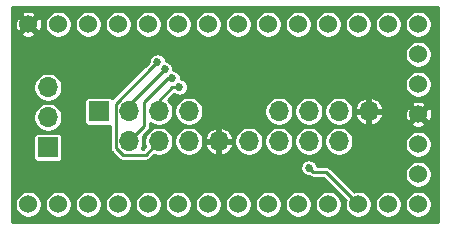
<source format=gbr>
G04 #@! TF.GenerationSoftware,KiCad,Pcbnew,5.1.5*
G04 #@! TF.CreationDate,2020-02-08T20:39:40+01:00*
G04 #@! TF.ProjectId,teensy-breakout,7465656e-7379-42d6-9272-65616b6f7574,rev?*
G04 #@! TF.SameCoordinates,Original*
G04 #@! TF.FileFunction,Copper,L2,Bot*
G04 #@! TF.FilePolarity,Positive*
%FSLAX46Y46*%
G04 Gerber Fmt 4.6, Leading zero omitted, Abs format (unit mm)*
G04 Created by KiCad (PCBNEW 5.1.5) date 2020-02-08 20:39:40*
%MOMM*%
%LPD*%
G04 APERTURE LIST*
%ADD10C,1.524000*%
%ADD11O,1.700000X1.700000*%
%ADD12R,1.700000X1.700000*%
%ADD13C,0.685800*%
%ADD14C,0.254000*%
G04 APERTURE END LIST*
D10*
X128143000Y-75565000D03*
X130683000Y-75565000D03*
X133223000Y-75565000D03*
X135763000Y-75565000D03*
X138303000Y-75565000D03*
X140843000Y-75565000D03*
X143383000Y-75565000D03*
X145923000Y-75565000D03*
X148463000Y-75565000D03*
X151003000Y-75565000D03*
X153543000Y-75565000D03*
X156083000Y-75565000D03*
X158623000Y-75565000D03*
X161163000Y-75565000D03*
X161163000Y-78105000D03*
X161163000Y-80645000D03*
X161163000Y-83185000D03*
X161163000Y-85725000D03*
X161163000Y-88265000D03*
X161163000Y-90805000D03*
X158623000Y-90805000D03*
X156083000Y-90805000D03*
X153543000Y-90805000D03*
X151003000Y-90805000D03*
X148463000Y-90805000D03*
X145923000Y-90805000D03*
X143383000Y-90805000D03*
X140843000Y-90805000D03*
X138303000Y-90805000D03*
X135763000Y-90805000D03*
X133223000Y-90805000D03*
X130683000Y-90805000D03*
X128143000Y-90805000D03*
D11*
X156972000Y-82931000D03*
X154432000Y-85471000D03*
X154432000Y-82931000D03*
X151892000Y-85471000D03*
X151892000Y-82931000D03*
X149352000Y-85471000D03*
X149352000Y-82931000D03*
X146812000Y-85471000D03*
X144272000Y-85471000D03*
X141732000Y-85471000D03*
X141732000Y-82931000D03*
X139192000Y-85471000D03*
X139192000Y-82931000D03*
X136652000Y-85471000D03*
X136652000Y-82931000D03*
D12*
X134112000Y-82931000D03*
X129794000Y-85979000D03*
D11*
X129794000Y-83439000D03*
X129794000Y-80899000D03*
D13*
X139065001Y-78740000D03*
X139700000Y-79375000D03*
X140335000Y-80137004D03*
X140919200Y-80873600D03*
X151892000Y-87706200D03*
D14*
X135522599Y-86013113D02*
X135522599Y-82282402D01*
X138722102Y-79082899D02*
X139065001Y-78740000D01*
X139192000Y-85471000D02*
X138062599Y-86600401D01*
X135522599Y-82282402D02*
X138722102Y-79082899D01*
X136109887Y-86600401D02*
X135522599Y-86013113D01*
X138062599Y-86600401D02*
X136109887Y-86600401D01*
X136652000Y-82423000D02*
X139700000Y-79375000D01*
X136652000Y-82931000D02*
X136652000Y-82423000D01*
X140334996Y-80137000D02*
X140335000Y-80137004D01*
X139954000Y-80137000D02*
X140334996Y-80137000D01*
X137922000Y-82169000D02*
X139954000Y-80137000D01*
X136652000Y-85471000D02*
X137922000Y-84201000D01*
X137922000Y-84201000D02*
X137922000Y-82169000D01*
X140335000Y-80873600D02*
X140919200Y-80873600D01*
X139192000Y-82931000D02*
X139192000Y-82016600D01*
X139192000Y-82016600D02*
X140335000Y-80873600D01*
X155321001Y-90043001D02*
X156083000Y-90805000D01*
X153327099Y-88049099D02*
X155321001Y-90043001D01*
X152234899Y-88049099D02*
X153327099Y-88049099D01*
X151892000Y-87706200D02*
X152234899Y-88049099D01*
G36*
X162789001Y-92304000D02*
G01*
X126771000Y-92304000D01*
X126771000Y-90692424D01*
X127000000Y-90692424D01*
X127000000Y-90917576D01*
X127043925Y-91138401D01*
X127130087Y-91346413D01*
X127255174Y-91533620D01*
X127414380Y-91692826D01*
X127601587Y-91817913D01*
X127809599Y-91904075D01*
X128030424Y-91948000D01*
X128255576Y-91948000D01*
X128476401Y-91904075D01*
X128684413Y-91817913D01*
X128871620Y-91692826D01*
X129030826Y-91533620D01*
X129155913Y-91346413D01*
X129242075Y-91138401D01*
X129286000Y-90917576D01*
X129286000Y-90692424D01*
X129540000Y-90692424D01*
X129540000Y-90917576D01*
X129583925Y-91138401D01*
X129670087Y-91346413D01*
X129795174Y-91533620D01*
X129954380Y-91692826D01*
X130141587Y-91817913D01*
X130349599Y-91904075D01*
X130570424Y-91948000D01*
X130795576Y-91948000D01*
X131016401Y-91904075D01*
X131224413Y-91817913D01*
X131411620Y-91692826D01*
X131570826Y-91533620D01*
X131695913Y-91346413D01*
X131782075Y-91138401D01*
X131826000Y-90917576D01*
X131826000Y-90692424D01*
X132080000Y-90692424D01*
X132080000Y-90917576D01*
X132123925Y-91138401D01*
X132210087Y-91346413D01*
X132335174Y-91533620D01*
X132494380Y-91692826D01*
X132681587Y-91817913D01*
X132889599Y-91904075D01*
X133110424Y-91948000D01*
X133335576Y-91948000D01*
X133556401Y-91904075D01*
X133764413Y-91817913D01*
X133951620Y-91692826D01*
X134110826Y-91533620D01*
X134235913Y-91346413D01*
X134322075Y-91138401D01*
X134366000Y-90917576D01*
X134366000Y-90692424D01*
X134620000Y-90692424D01*
X134620000Y-90917576D01*
X134663925Y-91138401D01*
X134750087Y-91346413D01*
X134875174Y-91533620D01*
X135034380Y-91692826D01*
X135221587Y-91817913D01*
X135429599Y-91904075D01*
X135650424Y-91948000D01*
X135875576Y-91948000D01*
X136096401Y-91904075D01*
X136304413Y-91817913D01*
X136491620Y-91692826D01*
X136650826Y-91533620D01*
X136775913Y-91346413D01*
X136862075Y-91138401D01*
X136906000Y-90917576D01*
X136906000Y-90692424D01*
X137160000Y-90692424D01*
X137160000Y-90917576D01*
X137203925Y-91138401D01*
X137290087Y-91346413D01*
X137415174Y-91533620D01*
X137574380Y-91692826D01*
X137761587Y-91817913D01*
X137969599Y-91904075D01*
X138190424Y-91948000D01*
X138415576Y-91948000D01*
X138636401Y-91904075D01*
X138844413Y-91817913D01*
X139031620Y-91692826D01*
X139190826Y-91533620D01*
X139315913Y-91346413D01*
X139402075Y-91138401D01*
X139446000Y-90917576D01*
X139446000Y-90692424D01*
X139700000Y-90692424D01*
X139700000Y-90917576D01*
X139743925Y-91138401D01*
X139830087Y-91346413D01*
X139955174Y-91533620D01*
X140114380Y-91692826D01*
X140301587Y-91817913D01*
X140509599Y-91904075D01*
X140730424Y-91948000D01*
X140955576Y-91948000D01*
X141176401Y-91904075D01*
X141384413Y-91817913D01*
X141571620Y-91692826D01*
X141730826Y-91533620D01*
X141855913Y-91346413D01*
X141942075Y-91138401D01*
X141986000Y-90917576D01*
X141986000Y-90692424D01*
X142240000Y-90692424D01*
X142240000Y-90917576D01*
X142283925Y-91138401D01*
X142370087Y-91346413D01*
X142495174Y-91533620D01*
X142654380Y-91692826D01*
X142841587Y-91817913D01*
X143049599Y-91904075D01*
X143270424Y-91948000D01*
X143495576Y-91948000D01*
X143716401Y-91904075D01*
X143924413Y-91817913D01*
X144111620Y-91692826D01*
X144270826Y-91533620D01*
X144395913Y-91346413D01*
X144482075Y-91138401D01*
X144526000Y-90917576D01*
X144526000Y-90692424D01*
X144780000Y-90692424D01*
X144780000Y-90917576D01*
X144823925Y-91138401D01*
X144910087Y-91346413D01*
X145035174Y-91533620D01*
X145194380Y-91692826D01*
X145381587Y-91817913D01*
X145589599Y-91904075D01*
X145810424Y-91948000D01*
X146035576Y-91948000D01*
X146256401Y-91904075D01*
X146464413Y-91817913D01*
X146651620Y-91692826D01*
X146810826Y-91533620D01*
X146935913Y-91346413D01*
X147022075Y-91138401D01*
X147066000Y-90917576D01*
X147066000Y-90692424D01*
X147320000Y-90692424D01*
X147320000Y-90917576D01*
X147363925Y-91138401D01*
X147450087Y-91346413D01*
X147575174Y-91533620D01*
X147734380Y-91692826D01*
X147921587Y-91817913D01*
X148129599Y-91904075D01*
X148350424Y-91948000D01*
X148575576Y-91948000D01*
X148796401Y-91904075D01*
X149004413Y-91817913D01*
X149191620Y-91692826D01*
X149350826Y-91533620D01*
X149475913Y-91346413D01*
X149562075Y-91138401D01*
X149606000Y-90917576D01*
X149606000Y-90692424D01*
X149860000Y-90692424D01*
X149860000Y-90917576D01*
X149903925Y-91138401D01*
X149990087Y-91346413D01*
X150115174Y-91533620D01*
X150274380Y-91692826D01*
X150461587Y-91817913D01*
X150669599Y-91904075D01*
X150890424Y-91948000D01*
X151115576Y-91948000D01*
X151336401Y-91904075D01*
X151544413Y-91817913D01*
X151731620Y-91692826D01*
X151890826Y-91533620D01*
X152015913Y-91346413D01*
X152102075Y-91138401D01*
X152146000Y-90917576D01*
X152146000Y-90692424D01*
X152400000Y-90692424D01*
X152400000Y-90917576D01*
X152443925Y-91138401D01*
X152530087Y-91346413D01*
X152655174Y-91533620D01*
X152814380Y-91692826D01*
X153001587Y-91817913D01*
X153209599Y-91904075D01*
X153430424Y-91948000D01*
X153655576Y-91948000D01*
X153876401Y-91904075D01*
X154084413Y-91817913D01*
X154271620Y-91692826D01*
X154430826Y-91533620D01*
X154555913Y-91346413D01*
X154642075Y-91138401D01*
X154686000Y-90917576D01*
X154686000Y-90692424D01*
X154642075Y-90471599D01*
X154555913Y-90263587D01*
X154430826Y-90076380D01*
X154271620Y-89917174D01*
X154084413Y-89792087D01*
X153876401Y-89705925D01*
X153655576Y-89662000D01*
X153430424Y-89662000D01*
X153209599Y-89705925D01*
X153001587Y-89792087D01*
X152814380Y-89917174D01*
X152655174Y-90076380D01*
X152530087Y-90263587D01*
X152443925Y-90471599D01*
X152400000Y-90692424D01*
X152146000Y-90692424D01*
X152102075Y-90471599D01*
X152015913Y-90263587D01*
X151890826Y-90076380D01*
X151731620Y-89917174D01*
X151544413Y-89792087D01*
X151336401Y-89705925D01*
X151115576Y-89662000D01*
X150890424Y-89662000D01*
X150669599Y-89705925D01*
X150461587Y-89792087D01*
X150274380Y-89917174D01*
X150115174Y-90076380D01*
X149990087Y-90263587D01*
X149903925Y-90471599D01*
X149860000Y-90692424D01*
X149606000Y-90692424D01*
X149562075Y-90471599D01*
X149475913Y-90263587D01*
X149350826Y-90076380D01*
X149191620Y-89917174D01*
X149004413Y-89792087D01*
X148796401Y-89705925D01*
X148575576Y-89662000D01*
X148350424Y-89662000D01*
X148129599Y-89705925D01*
X147921587Y-89792087D01*
X147734380Y-89917174D01*
X147575174Y-90076380D01*
X147450087Y-90263587D01*
X147363925Y-90471599D01*
X147320000Y-90692424D01*
X147066000Y-90692424D01*
X147022075Y-90471599D01*
X146935913Y-90263587D01*
X146810826Y-90076380D01*
X146651620Y-89917174D01*
X146464413Y-89792087D01*
X146256401Y-89705925D01*
X146035576Y-89662000D01*
X145810424Y-89662000D01*
X145589599Y-89705925D01*
X145381587Y-89792087D01*
X145194380Y-89917174D01*
X145035174Y-90076380D01*
X144910087Y-90263587D01*
X144823925Y-90471599D01*
X144780000Y-90692424D01*
X144526000Y-90692424D01*
X144482075Y-90471599D01*
X144395913Y-90263587D01*
X144270826Y-90076380D01*
X144111620Y-89917174D01*
X143924413Y-89792087D01*
X143716401Y-89705925D01*
X143495576Y-89662000D01*
X143270424Y-89662000D01*
X143049599Y-89705925D01*
X142841587Y-89792087D01*
X142654380Y-89917174D01*
X142495174Y-90076380D01*
X142370087Y-90263587D01*
X142283925Y-90471599D01*
X142240000Y-90692424D01*
X141986000Y-90692424D01*
X141942075Y-90471599D01*
X141855913Y-90263587D01*
X141730826Y-90076380D01*
X141571620Y-89917174D01*
X141384413Y-89792087D01*
X141176401Y-89705925D01*
X140955576Y-89662000D01*
X140730424Y-89662000D01*
X140509599Y-89705925D01*
X140301587Y-89792087D01*
X140114380Y-89917174D01*
X139955174Y-90076380D01*
X139830087Y-90263587D01*
X139743925Y-90471599D01*
X139700000Y-90692424D01*
X139446000Y-90692424D01*
X139402075Y-90471599D01*
X139315913Y-90263587D01*
X139190826Y-90076380D01*
X139031620Y-89917174D01*
X138844413Y-89792087D01*
X138636401Y-89705925D01*
X138415576Y-89662000D01*
X138190424Y-89662000D01*
X137969599Y-89705925D01*
X137761587Y-89792087D01*
X137574380Y-89917174D01*
X137415174Y-90076380D01*
X137290087Y-90263587D01*
X137203925Y-90471599D01*
X137160000Y-90692424D01*
X136906000Y-90692424D01*
X136862075Y-90471599D01*
X136775913Y-90263587D01*
X136650826Y-90076380D01*
X136491620Y-89917174D01*
X136304413Y-89792087D01*
X136096401Y-89705925D01*
X135875576Y-89662000D01*
X135650424Y-89662000D01*
X135429599Y-89705925D01*
X135221587Y-89792087D01*
X135034380Y-89917174D01*
X134875174Y-90076380D01*
X134750087Y-90263587D01*
X134663925Y-90471599D01*
X134620000Y-90692424D01*
X134366000Y-90692424D01*
X134322075Y-90471599D01*
X134235913Y-90263587D01*
X134110826Y-90076380D01*
X133951620Y-89917174D01*
X133764413Y-89792087D01*
X133556401Y-89705925D01*
X133335576Y-89662000D01*
X133110424Y-89662000D01*
X132889599Y-89705925D01*
X132681587Y-89792087D01*
X132494380Y-89917174D01*
X132335174Y-90076380D01*
X132210087Y-90263587D01*
X132123925Y-90471599D01*
X132080000Y-90692424D01*
X131826000Y-90692424D01*
X131782075Y-90471599D01*
X131695913Y-90263587D01*
X131570826Y-90076380D01*
X131411620Y-89917174D01*
X131224413Y-89792087D01*
X131016401Y-89705925D01*
X130795576Y-89662000D01*
X130570424Y-89662000D01*
X130349599Y-89705925D01*
X130141587Y-89792087D01*
X129954380Y-89917174D01*
X129795174Y-90076380D01*
X129670087Y-90263587D01*
X129583925Y-90471599D01*
X129540000Y-90692424D01*
X129286000Y-90692424D01*
X129242075Y-90471599D01*
X129155913Y-90263587D01*
X129030826Y-90076380D01*
X128871620Y-89917174D01*
X128684413Y-89792087D01*
X128476401Y-89705925D01*
X128255576Y-89662000D01*
X128030424Y-89662000D01*
X127809599Y-89705925D01*
X127601587Y-89792087D01*
X127414380Y-89917174D01*
X127255174Y-90076380D01*
X127130087Y-90263587D01*
X127043925Y-90471599D01*
X127000000Y-90692424D01*
X126771000Y-90692424D01*
X126771000Y-87634902D01*
X151168100Y-87634902D01*
X151168100Y-87777498D01*
X151195919Y-87917354D01*
X151250488Y-88049095D01*
X151329710Y-88167660D01*
X151430540Y-88268490D01*
X151549105Y-88347712D01*
X151680846Y-88402281D01*
X151820702Y-88430100D01*
X151898386Y-88430100D01*
X151951303Y-88473528D01*
X152039554Y-88520699D01*
X152039556Y-88520700D01*
X152135314Y-88549748D01*
X152209952Y-88557099D01*
X152209954Y-88557099D01*
X152234898Y-88559556D01*
X152259842Y-88557099D01*
X153116679Y-88557099D01*
X154979430Y-90419851D01*
X154979435Y-90419855D01*
X154997765Y-90438185D01*
X154983925Y-90471599D01*
X154940000Y-90692424D01*
X154940000Y-90917576D01*
X154983925Y-91138401D01*
X155070087Y-91346413D01*
X155195174Y-91533620D01*
X155354380Y-91692826D01*
X155541587Y-91817913D01*
X155749599Y-91904075D01*
X155970424Y-91948000D01*
X156195576Y-91948000D01*
X156416401Y-91904075D01*
X156624413Y-91817913D01*
X156811620Y-91692826D01*
X156970826Y-91533620D01*
X157095913Y-91346413D01*
X157182075Y-91138401D01*
X157226000Y-90917576D01*
X157226000Y-90692424D01*
X157480000Y-90692424D01*
X157480000Y-90917576D01*
X157523925Y-91138401D01*
X157610087Y-91346413D01*
X157735174Y-91533620D01*
X157894380Y-91692826D01*
X158081587Y-91817913D01*
X158289599Y-91904075D01*
X158510424Y-91948000D01*
X158735576Y-91948000D01*
X158956401Y-91904075D01*
X159164413Y-91817913D01*
X159351620Y-91692826D01*
X159510826Y-91533620D01*
X159635913Y-91346413D01*
X159722075Y-91138401D01*
X159766000Y-90917576D01*
X159766000Y-90692424D01*
X160020000Y-90692424D01*
X160020000Y-90917576D01*
X160063925Y-91138401D01*
X160150087Y-91346413D01*
X160275174Y-91533620D01*
X160434380Y-91692826D01*
X160621587Y-91817913D01*
X160829599Y-91904075D01*
X161050424Y-91948000D01*
X161275576Y-91948000D01*
X161496401Y-91904075D01*
X161704413Y-91817913D01*
X161891620Y-91692826D01*
X162050826Y-91533620D01*
X162175913Y-91346413D01*
X162262075Y-91138401D01*
X162306000Y-90917576D01*
X162306000Y-90692424D01*
X162262075Y-90471599D01*
X162175913Y-90263587D01*
X162050826Y-90076380D01*
X161891620Y-89917174D01*
X161704413Y-89792087D01*
X161496401Y-89705925D01*
X161275576Y-89662000D01*
X161050424Y-89662000D01*
X160829599Y-89705925D01*
X160621587Y-89792087D01*
X160434380Y-89917174D01*
X160275174Y-90076380D01*
X160150087Y-90263587D01*
X160063925Y-90471599D01*
X160020000Y-90692424D01*
X159766000Y-90692424D01*
X159722075Y-90471599D01*
X159635913Y-90263587D01*
X159510826Y-90076380D01*
X159351620Y-89917174D01*
X159164413Y-89792087D01*
X158956401Y-89705925D01*
X158735576Y-89662000D01*
X158510424Y-89662000D01*
X158289599Y-89705925D01*
X158081587Y-89792087D01*
X157894380Y-89917174D01*
X157735174Y-90076380D01*
X157610087Y-90263587D01*
X157523925Y-90471599D01*
X157480000Y-90692424D01*
X157226000Y-90692424D01*
X157182075Y-90471599D01*
X157095913Y-90263587D01*
X156970826Y-90076380D01*
X156811620Y-89917174D01*
X156624413Y-89792087D01*
X156416401Y-89705925D01*
X156195576Y-89662000D01*
X155970424Y-89662000D01*
X155749599Y-89705925D01*
X155716185Y-89719765D01*
X155697855Y-89701435D01*
X155697851Y-89701430D01*
X154148845Y-88152424D01*
X160020000Y-88152424D01*
X160020000Y-88377576D01*
X160063925Y-88598401D01*
X160150087Y-88806413D01*
X160275174Y-88993620D01*
X160434380Y-89152826D01*
X160621587Y-89277913D01*
X160829599Y-89364075D01*
X161050424Y-89408000D01*
X161275576Y-89408000D01*
X161496401Y-89364075D01*
X161704413Y-89277913D01*
X161891620Y-89152826D01*
X162050826Y-88993620D01*
X162175913Y-88806413D01*
X162262075Y-88598401D01*
X162306000Y-88377576D01*
X162306000Y-88152424D01*
X162262075Y-87931599D01*
X162175913Y-87723587D01*
X162050826Y-87536380D01*
X161891620Y-87377174D01*
X161704413Y-87252087D01*
X161496401Y-87165925D01*
X161275576Y-87122000D01*
X161050424Y-87122000D01*
X160829599Y-87165925D01*
X160621587Y-87252087D01*
X160434380Y-87377174D01*
X160275174Y-87536380D01*
X160150087Y-87723587D01*
X160063925Y-87931599D01*
X160020000Y-88152424D01*
X154148845Y-88152424D01*
X153703954Y-87707534D01*
X153688047Y-87688151D01*
X153610694Y-87624670D01*
X153522442Y-87577498D01*
X153426684Y-87548450D01*
X153352046Y-87541099D01*
X153352043Y-87541099D01*
X153327099Y-87538642D01*
X153302155Y-87541099D01*
X152597241Y-87541099D01*
X152588081Y-87495046D01*
X152533512Y-87363305D01*
X152454290Y-87244740D01*
X152353460Y-87143910D01*
X152234895Y-87064688D01*
X152103154Y-87010119D01*
X151963298Y-86982300D01*
X151820702Y-86982300D01*
X151680846Y-87010119D01*
X151549105Y-87064688D01*
X151430540Y-87143910D01*
X151329710Y-87244740D01*
X151250488Y-87363305D01*
X151195919Y-87495046D01*
X151168100Y-87634902D01*
X126771000Y-87634902D01*
X126771000Y-85129000D01*
X128561157Y-85129000D01*
X128561157Y-86829000D01*
X128568513Y-86903689D01*
X128590299Y-86975508D01*
X128625678Y-87041696D01*
X128673289Y-87099711D01*
X128731304Y-87147322D01*
X128797492Y-87182701D01*
X128869311Y-87204487D01*
X128944000Y-87211843D01*
X130644000Y-87211843D01*
X130718689Y-87204487D01*
X130790508Y-87182701D01*
X130856696Y-87147322D01*
X130914711Y-87099711D01*
X130962322Y-87041696D01*
X130997701Y-86975508D01*
X131019487Y-86903689D01*
X131026843Y-86829000D01*
X131026843Y-85129000D01*
X131019487Y-85054311D01*
X130997701Y-84982492D01*
X130962322Y-84916304D01*
X130914711Y-84858289D01*
X130856696Y-84810678D01*
X130790508Y-84775299D01*
X130718689Y-84753513D01*
X130644000Y-84746157D01*
X128944000Y-84746157D01*
X128869311Y-84753513D01*
X128797492Y-84775299D01*
X128731304Y-84810678D01*
X128673289Y-84858289D01*
X128625678Y-84916304D01*
X128590299Y-84982492D01*
X128568513Y-85054311D01*
X128561157Y-85129000D01*
X126771000Y-85129000D01*
X126771000Y-83317757D01*
X128563000Y-83317757D01*
X128563000Y-83560243D01*
X128610307Y-83798069D01*
X128703102Y-84022097D01*
X128837820Y-84223717D01*
X129009283Y-84395180D01*
X129210903Y-84529898D01*
X129434931Y-84622693D01*
X129672757Y-84670000D01*
X129915243Y-84670000D01*
X130153069Y-84622693D01*
X130377097Y-84529898D01*
X130578717Y-84395180D01*
X130750180Y-84223717D01*
X130884898Y-84022097D01*
X130977693Y-83798069D01*
X131025000Y-83560243D01*
X131025000Y-83317757D01*
X130977693Y-83079931D01*
X130884898Y-82855903D01*
X130750180Y-82654283D01*
X130578717Y-82482820D01*
X130377097Y-82348102D01*
X130153069Y-82255307D01*
X129915243Y-82208000D01*
X129672757Y-82208000D01*
X129434931Y-82255307D01*
X129210903Y-82348102D01*
X129009283Y-82482820D01*
X128837820Y-82654283D01*
X128703102Y-82855903D01*
X128610307Y-83079931D01*
X128563000Y-83317757D01*
X126771000Y-83317757D01*
X126771000Y-80777757D01*
X128563000Y-80777757D01*
X128563000Y-81020243D01*
X128610307Y-81258069D01*
X128703102Y-81482097D01*
X128837820Y-81683717D01*
X129009283Y-81855180D01*
X129210903Y-81989898D01*
X129434931Y-82082693D01*
X129672757Y-82130000D01*
X129915243Y-82130000D01*
X130153069Y-82082693D01*
X130157156Y-82081000D01*
X132879157Y-82081000D01*
X132879157Y-83781000D01*
X132886513Y-83855689D01*
X132908299Y-83927508D01*
X132943678Y-83993696D01*
X132991289Y-84051711D01*
X133049304Y-84099322D01*
X133115492Y-84134701D01*
X133187311Y-84156487D01*
X133262000Y-84163843D01*
X134962000Y-84163843D01*
X135014599Y-84158663D01*
X135014599Y-85988169D01*
X135012142Y-86013113D01*
X135014599Y-86038057D01*
X135014599Y-86038059D01*
X135021950Y-86112697D01*
X135050998Y-86208455D01*
X135098170Y-86296708D01*
X135161651Y-86374061D01*
X135181034Y-86389968D01*
X135733032Y-86941966D01*
X135748939Y-86961349D01*
X135826292Y-87024830D01*
X135914544Y-87072002D01*
X136010302Y-87101050D01*
X136084940Y-87108401D01*
X136084943Y-87108401D01*
X136109887Y-87110858D01*
X136134831Y-87108401D01*
X138037655Y-87108401D01*
X138062599Y-87110858D01*
X138087543Y-87108401D01*
X138087546Y-87108401D01*
X138162184Y-87101050D01*
X138257942Y-87072002D01*
X138346194Y-87024830D01*
X138423547Y-86961349D01*
X138439454Y-86941966D01*
X138757834Y-86623587D01*
X138832931Y-86654693D01*
X139070757Y-86702000D01*
X139313243Y-86702000D01*
X139551069Y-86654693D01*
X139775097Y-86561898D01*
X139976717Y-86427180D01*
X140148180Y-86255717D01*
X140282898Y-86054097D01*
X140375693Y-85830069D01*
X140423000Y-85592243D01*
X140423000Y-85349757D01*
X140501000Y-85349757D01*
X140501000Y-85592243D01*
X140548307Y-85830069D01*
X140641102Y-86054097D01*
X140775820Y-86255717D01*
X140947283Y-86427180D01*
X141148903Y-86561898D01*
X141372931Y-86654693D01*
X141610757Y-86702000D01*
X141853243Y-86702000D01*
X142091069Y-86654693D01*
X142315097Y-86561898D01*
X142516717Y-86427180D01*
X142688180Y-86255717D01*
X142822898Y-86054097D01*
X142915693Y-85830069D01*
X142924064Y-85787981D01*
X143082505Y-85787981D01*
X143167201Y-86013949D01*
X143294353Y-86219052D01*
X143459076Y-86395408D01*
X143655039Y-86536239D01*
X143874712Y-86636134D01*
X143955020Y-86660489D01*
X144145000Y-86599627D01*
X144145000Y-85598000D01*
X144399000Y-85598000D01*
X144399000Y-86599627D01*
X144588980Y-86660489D01*
X144669288Y-86636134D01*
X144888961Y-86536239D01*
X145084924Y-86395408D01*
X145249647Y-86219052D01*
X145376799Y-86013949D01*
X145461495Y-85787981D01*
X145401187Y-85598000D01*
X144399000Y-85598000D01*
X144145000Y-85598000D01*
X143142813Y-85598000D01*
X143082505Y-85787981D01*
X142924064Y-85787981D01*
X142963000Y-85592243D01*
X142963000Y-85349757D01*
X145581000Y-85349757D01*
X145581000Y-85592243D01*
X145628307Y-85830069D01*
X145721102Y-86054097D01*
X145855820Y-86255717D01*
X146027283Y-86427180D01*
X146228903Y-86561898D01*
X146452931Y-86654693D01*
X146690757Y-86702000D01*
X146933243Y-86702000D01*
X147171069Y-86654693D01*
X147395097Y-86561898D01*
X147596717Y-86427180D01*
X147768180Y-86255717D01*
X147902898Y-86054097D01*
X147995693Y-85830069D01*
X148043000Y-85592243D01*
X148043000Y-85349757D01*
X148121000Y-85349757D01*
X148121000Y-85592243D01*
X148168307Y-85830069D01*
X148261102Y-86054097D01*
X148395820Y-86255717D01*
X148567283Y-86427180D01*
X148768903Y-86561898D01*
X148992931Y-86654693D01*
X149230757Y-86702000D01*
X149473243Y-86702000D01*
X149711069Y-86654693D01*
X149935097Y-86561898D01*
X150136717Y-86427180D01*
X150308180Y-86255717D01*
X150442898Y-86054097D01*
X150535693Y-85830069D01*
X150583000Y-85592243D01*
X150583000Y-85349757D01*
X150661000Y-85349757D01*
X150661000Y-85592243D01*
X150708307Y-85830069D01*
X150801102Y-86054097D01*
X150935820Y-86255717D01*
X151107283Y-86427180D01*
X151308903Y-86561898D01*
X151532931Y-86654693D01*
X151770757Y-86702000D01*
X152013243Y-86702000D01*
X152251069Y-86654693D01*
X152475097Y-86561898D01*
X152676717Y-86427180D01*
X152848180Y-86255717D01*
X152982898Y-86054097D01*
X153075693Y-85830069D01*
X153123000Y-85592243D01*
X153123000Y-85349757D01*
X153201000Y-85349757D01*
X153201000Y-85592243D01*
X153248307Y-85830069D01*
X153341102Y-86054097D01*
X153475820Y-86255717D01*
X153647283Y-86427180D01*
X153848903Y-86561898D01*
X154072931Y-86654693D01*
X154310757Y-86702000D01*
X154553243Y-86702000D01*
X154791069Y-86654693D01*
X155015097Y-86561898D01*
X155216717Y-86427180D01*
X155388180Y-86255717D01*
X155522898Y-86054097D01*
X155615693Y-85830069D01*
X155658985Y-85612424D01*
X160020000Y-85612424D01*
X160020000Y-85837576D01*
X160063925Y-86058401D01*
X160150087Y-86266413D01*
X160275174Y-86453620D01*
X160434380Y-86612826D01*
X160621587Y-86737913D01*
X160829599Y-86824075D01*
X161050424Y-86868000D01*
X161275576Y-86868000D01*
X161496401Y-86824075D01*
X161704413Y-86737913D01*
X161891620Y-86612826D01*
X162050826Y-86453620D01*
X162175913Y-86266413D01*
X162262075Y-86058401D01*
X162306000Y-85837576D01*
X162306000Y-85612424D01*
X162262075Y-85391599D01*
X162175913Y-85183587D01*
X162050826Y-84996380D01*
X161891620Y-84837174D01*
X161704413Y-84712087D01*
X161496401Y-84625925D01*
X161275576Y-84582000D01*
X161050424Y-84582000D01*
X160829599Y-84625925D01*
X160621587Y-84712087D01*
X160434380Y-84837174D01*
X160275174Y-84996380D01*
X160150087Y-85183587D01*
X160063925Y-85391599D01*
X160020000Y-85612424D01*
X155658985Y-85612424D01*
X155663000Y-85592243D01*
X155663000Y-85349757D01*
X155615693Y-85111931D01*
X155522898Y-84887903D01*
X155388180Y-84686283D01*
X155216717Y-84514820D01*
X155015097Y-84380102D01*
X154791069Y-84287307D01*
X154553243Y-84240000D01*
X154310757Y-84240000D01*
X154072931Y-84287307D01*
X153848903Y-84380102D01*
X153647283Y-84514820D01*
X153475820Y-84686283D01*
X153341102Y-84887903D01*
X153248307Y-85111931D01*
X153201000Y-85349757D01*
X153123000Y-85349757D01*
X153075693Y-85111931D01*
X152982898Y-84887903D01*
X152848180Y-84686283D01*
X152676717Y-84514820D01*
X152475097Y-84380102D01*
X152251069Y-84287307D01*
X152013243Y-84240000D01*
X151770757Y-84240000D01*
X151532931Y-84287307D01*
X151308903Y-84380102D01*
X151107283Y-84514820D01*
X150935820Y-84686283D01*
X150801102Y-84887903D01*
X150708307Y-85111931D01*
X150661000Y-85349757D01*
X150583000Y-85349757D01*
X150535693Y-85111931D01*
X150442898Y-84887903D01*
X150308180Y-84686283D01*
X150136717Y-84514820D01*
X149935097Y-84380102D01*
X149711069Y-84287307D01*
X149473243Y-84240000D01*
X149230757Y-84240000D01*
X148992931Y-84287307D01*
X148768903Y-84380102D01*
X148567283Y-84514820D01*
X148395820Y-84686283D01*
X148261102Y-84887903D01*
X148168307Y-85111931D01*
X148121000Y-85349757D01*
X148043000Y-85349757D01*
X147995693Y-85111931D01*
X147902898Y-84887903D01*
X147768180Y-84686283D01*
X147596717Y-84514820D01*
X147395097Y-84380102D01*
X147171069Y-84287307D01*
X146933243Y-84240000D01*
X146690757Y-84240000D01*
X146452931Y-84287307D01*
X146228903Y-84380102D01*
X146027283Y-84514820D01*
X145855820Y-84686283D01*
X145721102Y-84887903D01*
X145628307Y-85111931D01*
X145581000Y-85349757D01*
X142963000Y-85349757D01*
X142924065Y-85154019D01*
X143082505Y-85154019D01*
X143142813Y-85344000D01*
X144145000Y-85344000D01*
X144145000Y-84342373D01*
X144399000Y-84342373D01*
X144399000Y-85344000D01*
X145401187Y-85344000D01*
X145461495Y-85154019D01*
X145376799Y-84928051D01*
X145249647Y-84722948D01*
X145084924Y-84546592D01*
X144888961Y-84405761D01*
X144669288Y-84305866D01*
X144588980Y-84281511D01*
X144399000Y-84342373D01*
X144145000Y-84342373D01*
X143955020Y-84281511D01*
X143874712Y-84305866D01*
X143655039Y-84405761D01*
X143459076Y-84546592D01*
X143294353Y-84722948D01*
X143167201Y-84928051D01*
X143082505Y-85154019D01*
X142924065Y-85154019D01*
X142915693Y-85111931D01*
X142822898Y-84887903D01*
X142688180Y-84686283D01*
X142516717Y-84514820D01*
X142315097Y-84380102D01*
X142091069Y-84287307D01*
X141853243Y-84240000D01*
X141610757Y-84240000D01*
X141372931Y-84287307D01*
X141148903Y-84380102D01*
X140947283Y-84514820D01*
X140775820Y-84686283D01*
X140641102Y-84887903D01*
X140548307Y-85111931D01*
X140501000Y-85349757D01*
X140423000Y-85349757D01*
X140375693Y-85111931D01*
X140282898Y-84887903D01*
X140148180Y-84686283D01*
X139976717Y-84514820D01*
X139775097Y-84380102D01*
X139551069Y-84287307D01*
X139313243Y-84240000D01*
X139070757Y-84240000D01*
X138832931Y-84287307D01*
X138608903Y-84380102D01*
X138407283Y-84514820D01*
X138235820Y-84686283D01*
X138101102Y-84887903D01*
X138008307Y-85111931D01*
X137961000Y-85349757D01*
X137961000Y-85592243D01*
X138008307Y-85830069D01*
X138039413Y-85905166D01*
X137852179Y-86092401D01*
X137717304Y-86092401D01*
X137742898Y-86054097D01*
X137835693Y-85830069D01*
X137883000Y-85592243D01*
X137883000Y-85349757D01*
X137835693Y-85111931D01*
X137804587Y-85036834D01*
X138263571Y-84577850D01*
X138282948Y-84561948D01*
X138309250Y-84529898D01*
X138346429Y-84484596D01*
X138393600Y-84396345D01*
X138393601Y-84396342D01*
X138422649Y-84300585D01*
X138430000Y-84225947D01*
X138430000Y-84225945D01*
X138432457Y-84201001D01*
X138430000Y-84176057D01*
X138430000Y-83902359D01*
X138608903Y-84021898D01*
X138832931Y-84114693D01*
X139070757Y-84162000D01*
X139313243Y-84162000D01*
X139551069Y-84114693D01*
X139775097Y-84021898D01*
X139976717Y-83887180D01*
X140148180Y-83715717D01*
X140282898Y-83514097D01*
X140375693Y-83290069D01*
X140423000Y-83052243D01*
X140423000Y-82809757D01*
X140501000Y-82809757D01*
X140501000Y-83052243D01*
X140548307Y-83290069D01*
X140641102Y-83514097D01*
X140775820Y-83715717D01*
X140947283Y-83887180D01*
X141148903Y-84021898D01*
X141372931Y-84114693D01*
X141610757Y-84162000D01*
X141853243Y-84162000D01*
X142091069Y-84114693D01*
X142315097Y-84021898D01*
X142516717Y-83887180D01*
X142688180Y-83715717D01*
X142822898Y-83514097D01*
X142915693Y-83290069D01*
X142963000Y-83052243D01*
X142963000Y-82809757D01*
X148121000Y-82809757D01*
X148121000Y-83052243D01*
X148168307Y-83290069D01*
X148261102Y-83514097D01*
X148395820Y-83715717D01*
X148567283Y-83887180D01*
X148768903Y-84021898D01*
X148992931Y-84114693D01*
X149230757Y-84162000D01*
X149473243Y-84162000D01*
X149711069Y-84114693D01*
X149935097Y-84021898D01*
X150136717Y-83887180D01*
X150308180Y-83715717D01*
X150442898Y-83514097D01*
X150535693Y-83290069D01*
X150583000Y-83052243D01*
X150583000Y-82809757D01*
X150661000Y-82809757D01*
X150661000Y-83052243D01*
X150708307Y-83290069D01*
X150801102Y-83514097D01*
X150935820Y-83715717D01*
X151107283Y-83887180D01*
X151308903Y-84021898D01*
X151532931Y-84114693D01*
X151770757Y-84162000D01*
X152013243Y-84162000D01*
X152251069Y-84114693D01*
X152475097Y-84021898D01*
X152676717Y-83887180D01*
X152848180Y-83715717D01*
X152982898Y-83514097D01*
X153075693Y-83290069D01*
X153123000Y-83052243D01*
X153123000Y-82809757D01*
X153201000Y-82809757D01*
X153201000Y-83052243D01*
X153248307Y-83290069D01*
X153341102Y-83514097D01*
X153475820Y-83715717D01*
X153647283Y-83887180D01*
X153848903Y-84021898D01*
X154072931Y-84114693D01*
X154310757Y-84162000D01*
X154553243Y-84162000D01*
X154791069Y-84114693D01*
X155015097Y-84021898D01*
X155216717Y-83887180D01*
X155388180Y-83715717D01*
X155522898Y-83514097D01*
X155615693Y-83290069D01*
X155624064Y-83247981D01*
X155782505Y-83247981D01*
X155867201Y-83473949D01*
X155994353Y-83679052D01*
X156159076Y-83855408D01*
X156355039Y-83996239D01*
X156574712Y-84096134D01*
X156655020Y-84120489D01*
X156845000Y-84059627D01*
X156845000Y-83058000D01*
X157099000Y-83058000D01*
X157099000Y-84059627D01*
X157288980Y-84120489D01*
X157369288Y-84096134D01*
X157549574Y-84014150D01*
X160513455Y-84014150D01*
X160594796Y-84183131D01*
X160800439Y-84274803D01*
X161020016Y-84324595D01*
X161245087Y-84330593D01*
X161467004Y-84292566D01*
X161677238Y-84211976D01*
X161731204Y-84183131D01*
X161812545Y-84014150D01*
X161163000Y-83364605D01*
X160513455Y-84014150D01*
X157549574Y-84014150D01*
X157588961Y-83996239D01*
X157784924Y-83855408D01*
X157949647Y-83679052D01*
X158076799Y-83473949D01*
X158154333Y-83267087D01*
X160017407Y-83267087D01*
X160055434Y-83489004D01*
X160136024Y-83699238D01*
X160164869Y-83753204D01*
X160333850Y-83834545D01*
X160983395Y-83185000D01*
X161342605Y-83185000D01*
X161992150Y-83834545D01*
X162161131Y-83753204D01*
X162252803Y-83547561D01*
X162302595Y-83327984D01*
X162308593Y-83102913D01*
X162270566Y-82880996D01*
X162189976Y-82670762D01*
X162161131Y-82616796D01*
X161992150Y-82535455D01*
X161342605Y-83185000D01*
X160983395Y-83185000D01*
X160333850Y-82535455D01*
X160164869Y-82616796D01*
X160073197Y-82822439D01*
X160023405Y-83042016D01*
X160017407Y-83267087D01*
X158154333Y-83267087D01*
X158161495Y-83247981D01*
X158101187Y-83058000D01*
X157099000Y-83058000D01*
X156845000Y-83058000D01*
X155842813Y-83058000D01*
X155782505Y-83247981D01*
X155624064Y-83247981D01*
X155663000Y-83052243D01*
X155663000Y-82809757D01*
X155624065Y-82614019D01*
X155782505Y-82614019D01*
X155842813Y-82804000D01*
X156845000Y-82804000D01*
X156845000Y-81802373D01*
X157099000Y-81802373D01*
X157099000Y-82804000D01*
X158101187Y-82804000D01*
X158161495Y-82614019D01*
X158076799Y-82388051D01*
X158056837Y-82355850D01*
X160513455Y-82355850D01*
X161163000Y-83005395D01*
X161812545Y-82355850D01*
X161731204Y-82186869D01*
X161525561Y-82095197D01*
X161305984Y-82045405D01*
X161080913Y-82039407D01*
X160858996Y-82077434D01*
X160648762Y-82158024D01*
X160594796Y-82186869D01*
X160513455Y-82355850D01*
X158056837Y-82355850D01*
X157949647Y-82182948D01*
X157784924Y-82006592D01*
X157588961Y-81865761D01*
X157369288Y-81765866D01*
X157288980Y-81741511D01*
X157099000Y-81802373D01*
X156845000Y-81802373D01*
X156655020Y-81741511D01*
X156574712Y-81765866D01*
X156355039Y-81865761D01*
X156159076Y-82006592D01*
X155994353Y-82182948D01*
X155867201Y-82388051D01*
X155782505Y-82614019D01*
X155624065Y-82614019D01*
X155615693Y-82571931D01*
X155522898Y-82347903D01*
X155388180Y-82146283D01*
X155216717Y-81974820D01*
X155015097Y-81840102D01*
X154791069Y-81747307D01*
X154553243Y-81700000D01*
X154310757Y-81700000D01*
X154072931Y-81747307D01*
X153848903Y-81840102D01*
X153647283Y-81974820D01*
X153475820Y-82146283D01*
X153341102Y-82347903D01*
X153248307Y-82571931D01*
X153201000Y-82809757D01*
X153123000Y-82809757D01*
X153075693Y-82571931D01*
X152982898Y-82347903D01*
X152848180Y-82146283D01*
X152676717Y-81974820D01*
X152475097Y-81840102D01*
X152251069Y-81747307D01*
X152013243Y-81700000D01*
X151770757Y-81700000D01*
X151532931Y-81747307D01*
X151308903Y-81840102D01*
X151107283Y-81974820D01*
X150935820Y-82146283D01*
X150801102Y-82347903D01*
X150708307Y-82571931D01*
X150661000Y-82809757D01*
X150583000Y-82809757D01*
X150535693Y-82571931D01*
X150442898Y-82347903D01*
X150308180Y-82146283D01*
X150136717Y-81974820D01*
X149935097Y-81840102D01*
X149711069Y-81747307D01*
X149473243Y-81700000D01*
X149230757Y-81700000D01*
X148992931Y-81747307D01*
X148768903Y-81840102D01*
X148567283Y-81974820D01*
X148395820Y-82146283D01*
X148261102Y-82347903D01*
X148168307Y-82571931D01*
X148121000Y-82809757D01*
X142963000Y-82809757D01*
X142915693Y-82571931D01*
X142822898Y-82347903D01*
X142688180Y-82146283D01*
X142516717Y-81974820D01*
X142315097Y-81840102D01*
X142091069Y-81747307D01*
X141853243Y-81700000D01*
X141610757Y-81700000D01*
X141372931Y-81747307D01*
X141148903Y-81840102D01*
X140947283Y-81974820D01*
X140775820Y-82146283D01*
X140641102Y-82347903D01*
X140548307Y-82571931D01*
X140501000Y-82809757D01*
X140423000Y-82809757D01*
X140375693Y-82571931D01*
X140282898Y-82347903D01*
X140148180Y-82146283D01*
X139976717Y-81974820D01*
X139962020Y-81965000D01*
X140477756Y-81449264D01*
X140576305Y-81515112D01*
X140708046Y-81569681D01*
X140847902Y-81597500D01*
X140990498Y-81597500D01*
X141130354Y-81569681D01*
X141262095Y-81515112D01*
X141380660Y-81435890D01*
X141481490Y-81335060D01*
X141560712Y-81216495D01*
X141615281Y-81084754D01*
X141643100Y-80944898D01*
X141643100Y-80802302D01*
X141615281Y-80662446D01*
X141561425Y-80532424D01*
X160020000Y-80532424D01*
X160020000Y-80757576D01*
X160063925Y-80978401D01*
X160150087Y-81186413D01*
X160275174Y-81373620D01*
X160434380Y-81532826D01*
X160621587Y-81657913D01*
X160829599Y-81744075D01*
X161050424Y-81788000D01*
X161275576Y-81788000D01*
X161496401Y-81744075D01*
X161704413Y-81657913D01*
X161891620Y-81532826D01*
X162050826Y-81373620D01*
X162175913Y-81186413D01*
X162262075Y-80978401D01*
X162306000Y-80757576D01*
X162306000Y-80532424D01*
X162262075Y-80311599D01*
X162175913Y-80103587D01*
X162050826Y-79916380D01*
X161891620Y-79757174D01*
X161704413Y-79632087D01*
X161496401Y-79545925D01*
X161275576Y-79502000D01*
X161050424Y-79502000D01*
X160829599Y-79545925D01*
X160621587Y-79632087D01*
X160434380Y-79757174D01*
X160275174Y-79916380D01*
X160150087Y-80103587D01*
X160063925Y-80311599D01*
X160020000Y-80532424D01*
X141561425Y-80532424D01*
X141560712Y-80530705D01*
X141481490Y-80412140D01*
X141380660Y-80311310D01*
X141262095Y-80232088D01*
X141130354Y-80177519D01*
X141058900Y-80163306D01*
X141058900Y-80065706D01*
X141031081Y-79925850D01*
X140976512Y-79794109D01*
X140897290Y-79675544D01*
X140796460Y-79574714D01*
X140677895Y-79495492D01*
X140546154Y-79440923D01*
X140423900Y-79416605D01*
X140423900Y-79303702D01*
X140396081Y-79163846D01*
X140341512Y-79032105D01*
X140262290Y-78913540D01*
X140161460Y-78812710D01*
X140042895Y-78733488D01*
X139911154Y-78678919D01*
X139785981Y-78654021D01*
X139761082Y-78528846D01*
X139706513Y-78397105D01*
X139627291Y-78278540D01*
X139526461Y-78177710D01*
X139407896Y-78098488D01*
X139276155Y-78043919D01*
X139136299Y-78016100D01*
X138993703Y-78016100D01*
X138853847Y-78043919D01*
X138722106Y-78098488D01*
X138603541Y-78177710D01*
X138502711Y-78278540D01*
X138423489Y-78397105D01*
X138368920Y-78528846D01*
X138341101Y-78668702D01*
X138341101Y-78745480D01*
X135252355Y-81834226D01*
X135232711Y-81810289D01*
X135174696Y-81762678D01*
X135108508Y-81727299D01*
X135036689Y-81705513D01*
X134962000Y-81698157D01*
X133262000Y-81698157D01*
X133187311Y-81705513D01*
X133115492Y-81727299D01*
X133049304Y-81762678D01*
X132991289Y-81810289D01*
X132943678Y-81868304D01*
X132908299Y-81934492D01*
X132886513Y-82006311D01*
X132879157Y-82081000D01*
X130157156Y-82081000D01*
X130377097Y-81989898D01*
X130578717Y-81855180D01*
X130750180Y-81683717D01*
X130884898Y-81482097D01*
X130977693Y-81258069D01*
X131025000Y-81020243D01*
X131025000Y-80777757D01*
X130977693Y-80539931D01*
X130884898Y-80315903D01*
X130750180Y-80114283D01*
X130578717Y-79942820D01*
X130377097Y-79808102D01*
X130153069Y-79715307D01*
X129915243Y-79668000D01*
X129672757Y-79668000D01*
X129434931Y-79715307D01*
X129210903Y-79808102D01*
X129009283Y-79942820D01*
X128837820Y-80114283D01*
X128703102Y-80315903D01*
X128610307Y-80539931D01*
X128563000Y-80777757D01*
X126771000Y-80777757D01*
X126771000Y-77992424D01*
X160020000Y-77992424D01*
X160020000Y-78217576D01*
X160063925Y-78438401D01*
X160150087Y-78646413D01*
X160275174Y-78833620D01*
X160434380Y-78992826D01*
X160621587Y-79117913D01*
X160829599Y-79204075D01*
X161050424Y-79248000D01*
X161275576Y-79248000D01*
X161496401Y-79204075D01*
X161704413Y-79117913D01*
X161891620Y-78992826D01*
X162050826Y-78833620D01*
X162175913Y-78646413D01*
X162262075Y-78438401D01*
X162306000Y-78217576D01*
X162306000Y-77992424D01*
X162262075Y-77771599D01*
X162175913Y-77563587D01*
X162050826Y-77376380D01*
X161891620Y-77217174D01*
X161704413Y-77092087D01*
X161496401Y-77005925D01*
X161275576Y-76962000D01*
X161050424Y-76962000D01*
X160829599Y-77005925D01*
X160621587Y-77092087D01*
X160434380Y-77217174D01*
X160275174Y-77376380D01*
X160150087Y-77563587D01*
X160063925Y-77771599D01*
X160020000Y-77992424D01*
X126771000Y-77992424D01*
X126771000Y-76394150D01*
X127493455Y-76394150D01*
X127574796Y-76563131D01*
X127780439Y-76654803D01*
X128000016Y-76704595D01*
X128225087Y-76710593D01*
X128447004Y-76672566D01*
X128657238Y-76591976D01*
X128711204Y-76563131D01*
X128792545Y-76394150D01*
X128143000Y-75744605D01*
X127493455Y-76394150D01*
X126771000Y-76394150D01*
X126771000Y-75647087D01*
X126997407Y-75647087D01*
X127035434Y-75869004D01*
X127116024Y-76079238D01*
X127144869Y-76133204D01*
X127313850Y-76214545D01*
X127963395Y-75565000D01*
X128322605Y-75565000D01*
X128972150Y-76214545D01*
X129141131Y-76133204D01*
X129232803Y-75927561D01*
X129282595Y-75707984D01*
X129288593Y-75482913D01*
X129283369Y-75452424D01*
X129540000Y-75452424D01*
X129540000Y-75677576D01*
X129583925Y-75898401D01*
X129670087Y-76106413D01*
X129795174Y-76293620D01*
X129954380Y-76452826D01*
X130141587Y-76577913D01*
X130349599Y-76664075D01*
X130570424Y-76708000D01*
X130795576Y-76708000D01*
X131016401Y-76664075D01*
X131224413Y-76577913D01*
X131411620Y-76452826D01*
X131570826Y-76293620D01*
X131695913Y-76106413D01*
X131782075Y-75898401D01*
X131826000Y-75677576D01*
X131826000Y-75452424D01*
X132080000Y-75452424D01*
X132080000Y-75677576D01*
X132123925Y-75898401D01*
X132210087Y-76106413D01*
X132335174Y-76293620D01*
X132494380Y-76452826D01*
X132681587Y-76577913D01*
X132889599Y-76664075D01*
X133110424Y-76708000D01*
X133335576Y-76708000D01*
X133556401Y-76664075D01*
X133764413Y-76577913D01*
X133951620Y-76452826D01*
X134110826Y-76293620D01*
X134235913Y-76106413D01*
X134322075Y-75898401D01*
X134366000Y-75677576D01*
X134366000Y-75452424D01*
X134620000Y-75452424D01*
X134620000Y-75677576D01*
X134663925Y-75898401D01*
X134750087Y-76106413D01*
X134875174Y-76293620D01*
X135034380Y-76452826D01*
X135221587Y-76577913D01*
X135429599Y-76664075D01*
X135650424Y-76708000D01*
X135875576Y-76708000D01*
X136096401Y-76664075D01*
X136304413Y-76577913D01*
X136491620Y-76452826D01*
X136650826Y-76293620D01*
X136775913Y-76106413D01*
X136862075Y-75898401D01*
X136906000Y-75677576D01*
X136906000Y-75452424D01*
X137160000Y-75452424D01*
X137160000Y-75677576D01*
X137203925Y-75898401D01*
X137290087Y-76106413D01*
X137415174Y-76293620D01*
X137574380Y-76452826D01*
X137761587Y-76577913D01*
X137969599Y-76664075D01*
X138190424Y-76708000D01*
X138415576Y-76708000D01*
X138636401Y-76664075D01*
X138844413Y-76577913D01*
X139031620Y-76452826D01*
X139190826Y-76293620D01*
X139315913Y-76106413D01*
X139402075Y-75898401D01*
X139446000Y-75677576D01*
X139446000Y-75452424D01*
X139700000Y-75452424D01*
X139700000Y-75677576D01*
X139743925Y-75898401D01*
X139830087Y-76106413D01*
X139955174Y-76293620D01*
X140114380Y-76452826D01*
X140301587Y-76577913D01*
X140509599Y-76664075D01*
X140730424Y-76708000D01*
X140955576Y-76708000D01*
X141176401Y-76664075D01*
X141384413Y-76577913D01*
X141571620Y-76452826D01*
X141730826Y-76293620D01*
X141855913Y-76106413D01*
X141942075Y-75898401D01*
X141986000Y-75677576D01*
X141986000Y-75452424D01*
X142240000Y-75452424D01*
X142240000Y-75677576D01*
X142283925Y-75898401D01*
X142370087Y-76106413D01*
X142495174Y-76293620D01*
X142654380Y-76452826D01*
X142841587Y-76577913D01*
X143049599Y-76664075D01*
X143270424Y-76708000D01*
X143495576Y-76708000D01*
X143716401Y-76664075D01*
X143924413Y-76577913D01*
X144111620Y-76452826D01*
X144270826Y-76293620D01*
X144395913Y-76106413D01*
X144482075Y-75898401D01*
X144526000Y-75677576D01*
X144526000Y-75452424D01*
X144780000Y-75452424D01*
X144780000Y-75677576D01*
X144823925Y-75898401D01*
X144910087Y-76106413D01*
X145035174Y-76293620D01*
X145194380Y-76452826D01*
X145381587Y-76577913D01*
X145589599Y-76664075D01*
X145810424Y-76708000D01*
X146035576Y-76708000D01*
X146256401Y-76664075D01*
X146464413Y-76577913D01*
X146651620Y-76452826D01*
X146810826Y-76293620D01*
X146935913Y-76106413D01*
X147022075Y-75898401D01*
X147066000Y-75677576D01*
X147066000Y-75452424D01*
X147320000Y-75452424D01*
X147320000Y-75677576D01*
X147363925Y-75898401D01*
X147450087Y-76106413D01*
X147575174Y-76293620D01*
X147734380Y-76452826D01*
X147921587Y-76577913D01*
X148129599Y-76664075D01*
X148350424Y-76708000D01*
X148575576Y-76708000D01*
X148796401Y-76664075D01*
X149004413Y-76577913D01*
X149191620Y-76452826D01*
X149350826Y-76293620D01*
X149475913Y-76106413D01*
X149562075Y-75898401D01*
X149606000Y-75677576D01*
X149606000Y-75452424D01*
X149860000Y-75452424D01*
X149860000Y-75677576D01*
X149903925Y-75898401D01*
X149990087Y-76106413D01*
X150115174Y-76293620D01*
X150274380Y-76452826D01*
X150461587Y-76577913D01*
X150669599Y-76664075D01*
X150890424Y-76708000D01*
X151115576Y-76708000D01*
X151336401Y-76664075D01*
X151544413Y-76577913D01*
X151731620Y-76452826D01*
X151890826Y-76293620D01*
X152015913Y-76106413D01*
X152102075Y-75898401D01*
X152146000Y-75677576D01*
X152146000Y-75452424D01*
X152400000Y-75452424D01*
X152400000Y-75677576D01*
X152443925Y-75898401D01*
X152530087Y-76106413D01*
X152655174Y-76293620D01*
X152814380Y-76452826D01*
X153001587Y-76577913D01*
X153209599Y-76664075D01*
X153430424Y-76708000D01*
X153655576Y-76708000D01*
X153876401Y-76664075D01*
X154084413Y-76577913D01*
X154271620Y-76452826D01*
X154430826Y-76293620D01*
X154555913Y-76106413D01*
X154642075Y-75898401D01*
X154686000Y-75677576D01*
X154686000Y-75452424D01*
X154940000Y-75452424D01*
X154940000Y-75677576D01*
X154983925Y-75898401D01*
X155070087Y-76106413D01*
X155195174Y-76293620D01*
X155354380Y-76452826D01*
X155541587Y-76577913D01*
X155749599Y-76664075D01*
X155970424Y-76708000D01*
X156195576Y-76708000D01*
X156416401Y-76664075D01*
X156624413Y-76577913D01*
X156811620Y-76452826D01*
X156970826Y-76293620D01*
X157095913Y-76106413D01*
X157182075Y-75898401D01*
X157226000Y-75677576D01*
X157226000Y-75452424D01*
X157480000Y-75452424D01*
X157480000Y-75677576D01*
X157523925Y-75898401D01*
X157610087Y-76106413D01*
X157735174Y-76293620D01*
X157894380Y-76452826D01*
X158081587Y-76577913D01*
X158289599Y-76664075D01*
X158510424Y-76708000D01*
X158735576Y-76708000D01*
X158956401Y-76664075D01*
X159164413Y-76577913D01*
X159351620Y-76452826D01*
X159510826Y-76293620D01*
X159635913Y-76106413D01*
X159722075Y-75898401D01*
X159766000Y-75677576D01*
X159766000Y-75452424D01*
X160020000Y-75452424D01*
X160020000Y-75677576D01*
X160063925Y-75898401D01*
X160150087Y-76106413D01*
X160275174Y-76293620D01*
X160434380Y-76452826D01*
X160621587Y-76577913D01*
X160829599Y-76664075D01*
X161050424Y-76708000D01*
X161275576Y-76708000D01*
X161496401Y-76664075D01*
X161704413Y-76577913D01*
X161891620Y-76452826D01*
X162050826Y-76293620D01*
X162175913Y-76106413D01*
X162262075Y-75898401D01*
X162306000Y-75677576D01*
X162306000Y-75452424D01*
X162262075Y-75231599D01*
X162175913Y-75023587D01*
X162050826Y-74836380D01*
X161891620Y-74677174D01*
X161704413Y-74552087D01*
X161496401Y-74465925D01*
X161275576Y-74422000D01*
X161050424Y-74422000D01*
X160829599Y-74465925D01*
X160621587Y-74552087D01*
X160434380Y-74677174D01*
X160275174Y-74836380D01*
X160150087Y-75023587D01*
X160063925Y-75231599D01*
X160020000Y-75452424D01*
X159766000Y-75452424D01*
X159722075Y-75231599D01*
X159635913Y-75023587D01*
X159510826Y-74836380D01*
X159351620Y-74677174D01*
X159164413Y-74552087D01*
X158956401Y-74465925D01*
X158735576Y-74422000D01*
X158510424Y-74422000D01*
X158289599Y-74465925D01*
X158081587Y-74552087D01*
X157894380Y-74677174D01*
X157735174Y-74836380D01*
X157610087Y-75023587D01*
X157523925Y-75231599D01*
X157480000Y-75452424D01*
X157226000Y-75452424D01*
X157182075Y-75231599D01*
X157095913Y-75023587D01*
X156970826Y-74836380D01*
X156811620Y-74677174D01*
X156624413Y-74552087D01*
X156416401Y-74465925D01*
X156195576Y-74422000D01*
X155970424Y-74422000D01*
X155749599Y-74465925D01*
X155541587Y-74552087D01*
X155354380Y-74677174D01*
X155195174Y-74836380D01*
X155070087Y-75023587D01*
X154983925Y-75231599D01*
X154940000Y-75452424D01*
X154686000Y-75452424D01*
X154642075Y-75231599D01*
X154555913Y-75023587D01*
X154430826Y-74836380D01*
X154271620Y-74677174D01*
X154084413Y-74552087D01*
X153876401Y-74465925D01*
X153655576Y-74422000D01*
X153430424Y-74422000D01*
X153209599Y-74465925D01*
X153001587Y-74552087D01*
X152814380Y-74677174D01*
X152655174Y-74836380D01*
X152530087Y-75023587D01*
X152443925Y-75231599D01*
X152400000Y-75452424D01*
X152146000Y-75452424D01*
X152102075Y-75231599D01*
X152015913Y-75023587D01*
X151890826Y-74836380D01*
X151731620Y-74677174D01*
X151544413Y-74552087D01*
X151336401Y-74465925D01*
X151115576Y-74422000D01*
X150890424Y-74422000D01*
X150669599Y-74465925D01*
X150461587Y-74552087D01*
X150274380Y-74677174D01*
X150115174Y-74836380D01*
X149990087Y-75023587D01*
X149903925Y-75231599D01*
X149860000Y-75452424D01*
X149606000Y-75452424D01*
X149562075Y-75231599D01*
X149475913Y-75023587D01*
X149350826Y-74836380D01*
X149191620Y-74677174D01*
X149004413Y-74552087D01*
X148796401Y-74465925D01*
X148575576Y-74422000D01*
X148350424Y-74422000D01*
X148129599Y-74465925D01*
X147921587Y-74552087D01*
X147734380Y-74677174D01*
X147575174Y-74836380D01*
X147450087Y-75023587D01*
X147363925Y-75231599D01*
X147320000Y-75452424D01*
X147066000Y-75452424D01*
X147022075Y-75231599D01*
X146935913Y-75023587D01*
X146810826Y-74836380D01*
X146651620Y-74677174D01*
X146464413Y-74552087D01*
X146256401Y-74465925D01*
X146035576Y-74422000D01*
X145810424Y-74422000D01*
X145589599Y-74465925D01*
X145381587Y-74552087D01*
X145194380Y-74677174D01*
X145035174Y-74836380D01*
X144910087Y-75023587D01*
X144823925Y-75231599D01*
X144780000Y-75452424D01*
X144526000Y-75452424D01*
X144482075Y-75231599D01*
X144395913Y-75023587D01*
X144270826Y-74836380D01*
X144111620Y-74677174D01*
X143924413Y-74552087D01*
X143716401Y-74465925D01*
X143495576Y-74422000D01*
X143270424Y-74422000D01*
X143049599Y-74465925D01*
X142841587Y-74552087D01*
X142654380Y-74677174D01*
X142495174Y-74836380D01*
X142370087Y-75023587D01*
X142283925Y-75231599D01*
X142240000Y-75452424D01*
X141986000Y-75452424D01*
X141942075Y-75231599D01*
X141855913Y-75023587D01*
X141730826Y-74836380D01*
X141571620Y-74677174D01*
X141384413Y-74552087D01*
X141176401Y-74465925D01*
X140955576Y-74422000D01*
X140730424Y-74422000D01*
X140509599Y-74465925D01*
X140301587Y-74552087D01*
X140114380Y-74677174D01*
X139955174Y-74836380D01*
X139830087Y-75023587D01*
X139743925Y-75231599D01*
X139700000Y-75452424D01*
X139446000Y-75452424D01*
X139402075Y-75231599D01*
X139315913Y-75023587D01*
X139190826Y-74836380D01*
X139031620Y-74677174D01*
X138844413Y-74552087D01*
X138636401Y-74465925D01*
X138415576Y-74422000D01*
X138190424Y-74422000D01*
X137969599Y-74465925D01*
X137761587Y-74552087D01*
X137574380Y-74677174D01*
X137415174Y-74836380D01*
X137290087Y-75023587D01*
X137203925Y-75231599D01*
X137160000Y-75452424D01*
X136906000Y-75452424D01*
X136862075Y-75231599D01*
X136775913Y-75023587D01*
X136650826Y-74836380D01*
X136491620Y-74677174D01*
X136304413Y-74552087D01*
X136096401Y-74465925D01*
X135875576Y-74422000D01*
X135650424Y-74422000D01*
X135429599Y-74465925D01*
X135221587Y-74552087D01*
X135034380Y-74677174D01*
X134875174Y-74836380D01*
X134750087Y-75023587D01*
X134663925Y-75231599D01*
X134620000Y-75452424D01*
X134366000Y-75452424D01*
X134322075Y-75231599D01*
X134235913Y-75023587D01*
X134110826Y-74836380D01*
X133951620Y-74677174D01*
X133764413Y-74552087D01*
X133556401Y-74465925D01*
X133335576Y-74422000D01*
X133110424Y-74422000D01*
X132889599Y-74465925D01*
X132681587Y-74552087D01*
X132494380Y-74677174D01*
X132335174Y-74836380D01*
X132210087Y-75023587D01*
X132123925Y-75231599D01*
X132080000Y-75452424D01*
X131826000Y-75452424D01*
X131782075Y-75231599D01*
X131695913Y-75023587D01*
X131570826Y-74836380D01*
X131411620Y-74677174D01*
X131224413Y-74552087D01*
X131016401Y-74465925D01*
X130795576Y-74422000D01*
X130570424Y-74422000D01*
X130349599Y-74465925D01*
X130141587Y-74552087D01*
X129954380Y-74677174D01*
X129795174Y-74836380D01*
X129670087Y-75023587D01*
X129583925Y-75231599D01*
X129540000Y-75452424D01*
X129283369Y-75452424D01*
X129250566Y-75260996D01*
X129169976Y-75050762D01*
X129141131Y-74996796D01*
X128972150Y-74915455D01*
X128322605Y-75565000D01*
X127963395Y-75565000D01*
X127313850Y-74915455D01*
X127144869Y-74996796D01*
X127053197Y-75202439D01*
X127003405Y-75422016D01*
X126997407Y-75647087D01*
X126771000Y-75647087D01*
X126771000Y-74735850D01*
X127493455Y-74735850D01*
X128143000Y-75385395D01*
X128792545Y-74735850D01*
X128711204Y-74566869D01*
X128505561Y-74475197D01*
X128285984Y-74425405D01*
X128060913Y-74419407D01*
X127838996Y-74457434D01*
X127628762Y-74538024D01*
X127574796Y-74566869D01*
X127493455Y-74735850D01*
X126771000Y-74735850D01*
X126771000Y-74066000D01*
X162789000Y-74066000D01*
X162789001Y-92304000D01*
G37*
X162789001Y-92304000D02*
X126771000Y-92304000D01*
X126771000Y-90692424D01*
X127000000Y-90692424D01*
X127000000Y-90917576D01*
X127043925Y-91138401D01*
X127130087Y-91346413D01*
X127255174Y-91533620D01*
X127414380Y-91692826D01*
X127601587Y-91817913D01*
X127809599Y-91904075D01*
X128030424Y-91948000D01*
X128255576Y-91948000D01*
X128476401Y-91904075D01*
X128684413Y-91817913D01*
X128871620Y-91692826D01*
X129030826Y-91533620D01*
X129155913Y-91346413D01*
X129242075Y-91138401D01*
X129286000Y-90917576D01*
X129286000Y-90692424D01*
X129540000Y-90692424D01*
X129540000Y-90917576D01*
X129583925Y-91138401D01*
X129670087Y-91346413D01*
X129795174Y-91533620D01*
X129954380Y-91692826D01*
X130141587Y-91817913D01*
X130349599Y-91904075D01*
X130570424Y-91948000D01*
X130795576Y-91948000D01*
X131016401Y-91904075D01*
X131224413Y-91817913D01*
X131411620Y-91692826D01*
X131570826Y-91533620D01*
X131695913Y-91346413D01*
X131782075Y-91138401D01*
X131826000Y-90917576D01*
X131826000Y-90692424D01*
X132080000Y-90692424D01*
X132080000Y-90917576D01*
X132123925Y-91138401D01*
X132210087Y-91346413D01*
X132335174Y-91533620D01*
X132494380Y-91692826D01*
X132681587Y-91817913D01*
X132889599Y-91904075D01*
X133110424Y-91948000D01*
X133335576Y-91948000D01*
X133556401Y-91904075D01*
X133764413Y-91817913D01*
X133951620Y-91692826D01*
X134110826Y-91533620D01*
X134235913Y-91346413D01*
X134322075Y-91138401D01*
X134366000Y-90917576D01*
X134366000Y-90692424D01*
X134620000Y-90692424D01*
X134620000Y-90917576D01*
X134663925Y-91138401D01*
X134750087Y-91346413D01*
X134875174Y-91533620D01*
X135034380Y-91692826D01*
X135221587Y-91817913D01*
X135429599Y-91904075D01*
X135650424Y-91948000D01*
X135875576Y-91948000D01*
X136096401Y-91904075D01*
X136304413Y-91817913D01*
X136491620Y-91692826D01*
X136650826Y-91533620D01*
X136775913Y-91346413D01*
X136862075Y-91138401D01*
X136906000Y-90917576D01*
X136906000Y-90692424D01*
X137160000Y-90692424D01*
X137160000Y-90917576D01*
X137203925Y-91138401D01*
X137290087Y-91346413D01*
X137415174Y-91533620D01*
X137574380Y-91692826D01*
X137761587Y-91817913D01*
X137969599Y-91904075D01*
X138190424Y-91948000D01*
X138415576Y-91948000D01*
X138636401Y-91904075D01*
X138844413Y-91817913D01*
X139031620Y-91692826D01*
X139190826Y-91533620D01*
X139315913Y-91346413D01*
X139402075Y-91138401D01*
X139446000Y-90917576D01*
X139446000Y-90692424D01*
X139700000Y-90692424D01*
X139700000Y-90917576D01*
X139743925Y-91138401D01*
X139830087Y-91346413D01*
X139955174Y-91533620D01*
X140114380Y-91692826D01*
X140301587Y-91817913D01*
X140509599Y-91904075D01*
X140730424Y-91948000D01*
X140955576Y-91948000D01*
X141176401Y-91904075D01*
X141384413Y-91817913D01*
X141571620Y-91692826D01*
X141730826Y-91533620D01*
X141855913Y-91346413D01*
X141942075Y-91138401D01*
X141986000Y-90917576D01*
X141986000Y-90692424D01*
X142240000Y-90692424D01*
X142240000Y-90917576D01*
X142283925Y-91138401D01*
X142370087Y-91346413D01*
X142495174Y-91533620D01*
X142654380Y-91692826D01*
X142841587Y-91817913D01*
X143049599Y-91904075D01*
X143270424Y-91948000D01*
X143495576Y-91948000D01*
X143716401Y-91904075D01*
X143924413Y-91817913D01*
X144111620Y-91692826D01*
X144270826Y-91533620D01*
X144395913Y-91346413D01*
X144482075Y-91138401D01*
X144526000Y-90917576D01*
X144526000Y-90692424D01*
X144780000Y-90692424D01*
X144780000Y-90917576D01*
X144823925Y-91138401D01*
X144910087Y-91346413D01*
X145035174Y-91533620D01*
X145194380Y-91692826D01*
X145381587Y-91817913D01*
X145589599Y-91904075D01*
X145810424Y-91948000D01*
X146035576Y-91948000D01*
X146256401Y-91904075D01*
X146464413Y-91817913D01*
X146651620Y-91692826D01*
X146810826Y-91533620D01*
X146935913Y-91346413D01*
X147022075Y-91138401D01*
X147066000Y-90917576D01*
X147066000Y-90692424D01*
X147320000Y-90692424D01*
X147320000Y-90917576D01*
X147363925Y-91138401D01*
X147450087Y-91346413D01*
X147575174Y-91533620D01*
X147734380Y-91692826D01*
X147921587Y-91817913D01*
X148129599Y-91904075D01*
X148350424Y-91948000D01*
X148575576Y-91948000D01*
X148796401Y-91904075D01*
X149004413Y-91817913D01*
X149191620Y-91692826D01*
X149350826Y-91533620D01*
X149475913Y-91346413D01*
X149562075Y-91138401D01*
X149606000Y-90917576D01*
X149606000Y-90692424D01*
X149860000Y-90692424D01*
X149860000Y-90917576D01*
X149903925Y-91138401D01*
X149990087Y-91346413D01*
X150115174Y-91533620D01*
X150274380Y-91692826D01*
X150461587Y-91817913D01*
X150669599Y-91904075D01*
X150890424Y-91948000D01*
X151115576Y-91948000D01*
X151336401Y-91904075D01*
X151544413Y-91817913D01*
X151731620Y-91692826D01*
X151890826Y-91533620D01*
X152015913Y-91346413D01*
X152102075Y-91138401D01*
X152146000Y-90917576D01*
X152146000Y-90692424D01*
X152400000Y-90692424D01*
X152400000Y-90917576D01*
X152443925Y-91138401D01*
X152530087Y-91346413D01*
X152655174Y-91533620D01*
X152814380Y-91692826D01*
X153001587Y-91817913D01*
X153209599Y-91904075D01*
X153430424Y-91948000D01*
X153655576Y-91948000D01*
X153876401Y-91904075D01*
X154084413Y-91817913D01*
X154271620Y-91692826D01*
X154430826Y-91533620D01*
X154555913Y-91346413D01*
X154642075Y-91138401D01*
X154686000Y-90917576D01*
X154686000Y-90692424D01*
X154642075Y-90471599D01*
X154555913Y-90263587D01*
X154430826Y-90076380D01*
X154271620Y-89917174D01*
X154084413Y-89792087D01*
X153876401Y-89705925D01*
X153655576Y-89662000D01*
X153430424Y-89662000D01*
X153209599Y-89705925D01*
X153001587Y-89792087D01*
X152814380Y-89917174D01*
X152655174Y-90076380D01*
X152530087Y-90263587D01*
X152443925Y-90471599D01*
X152400000Y-90692424D01*
X152146000Y-90692424D01*
X152102075Y-90471599D01*
X152015913Y-90263587D01*
X151890826Y-90076380D01*
X151731620Y-89917174D01*
X151544413Y-89792087D01*
X151336401Y-89705925D01*
X151115576Y-89662000D01*
X150890424Y-89662000D01*
X150669599Y-89705925D01*
X150461587Y-89792087D01*
X150274380Y-89917174D01*
X150115174Y-90076380D01*
X149990087Y-90263587D01*
X149903925Y-90471599D01*
X149860000Y-90692424D01*
X149606000Y-90692424D01*
X149562075Y-90471599D01*
X149475913Y-90263587D01*
X149350826Y-90076380D01*
X149191620Y-89917174D01*
X149004413Y-89792087D01*
X148796401Y-89705925D01*
X148575576Y-89662000D01*
X148350424Y-89662000D01*
X148129599Y-89705925D01*
X147921587Y-89792087D01*
X147734380Y-89917174D01*
X147575174Y-90076380D01*
X147450087Y-90263587D01*
X147363925Y-90471599D01*
X147320000Y-90692424D01*
X147066000Y-90692424D01*
X147022075Y-90471599D01*
X146935913Y-90263587D01*
X146810826Y-90076380D01*
X146651620Y-89917174D01*
X146464413Y-89792087D01*
X146256401Y-89705925D01*
X146035576Y-89662000D01*
X145810424Y-89662000D01*
X145589599Y-89705925D01*
X145381587Y-89792087D01*
X145194380Y-89917174D01*
X145035174Y-90076380D01*
X144910087Y-90263587D01*
X144823925Y-90471599D01*
X144780000Y-90692424D01*
X144526000Y-90692424D01*
X144482075Y-90471599D01*
X144395913Y-90263587D01*
X144270826Y-90076380D01*
X144111620Y-89917174D01*
X143924413Y-89792087D01*
X143716401Y-89705925D01*
X143495576Y-89662000D01*
X143270424Y-89662000D01*
X143049599Y-89705925D01*
X142841587Y-89792087D01*
X142654380Y-89917174D01*
X142495174Y-90076380D01*
X142370087Y-90263587D01*
X142283925Y-90471599D01*
X142240000Y-90692424D01*
X141986000Y-90692424D01*
X141942075Y-90471599D01*
X141855913Y-90263587D01*
X141730826Y-90076380D01*
X141571620Y-89917174D01*
X141384413Y-89792087D01*
X141176401Y-89705925D01*
X140955576Y-89662000D01*
X140730424Y-89662000D01*
X140509599Y-89705925D01*
X140301587Y-89792087D01*
X140114380Y-89917174D01*
X139955174Y-90076380D01*
X139830087Y-90263587D01*
X139743925Y-90471599D01*
X139700000Y-90692424D01*
X139446000Y-90692424D01*
X139402075Y-90471599D01*
X139315913Y-90263587D01*
X139190826Y-90076380D01*
X139031620Y-89917174D01*
X138844413Y-89792087D01*
X138636401Y-89705925D01*
X138415576Y-89662000D01*
X138190424Y-89662000D01*
X137969599Y-89705925D01*
X137761587Y-89792087D01*
X137574380Y-89917174D01*
X137415174Y-90076380D01*
X137290087Y-90263587D01*
X137203925Y-90471599D01*
X137160000Y-90692424D01*
X136906000Y-90692424D01*
X136862075Y-90471599D01*
X136775913Y-90263587D01*
X136650826Y-90076380D01*
X136491620Y-89917174D01*
X136304413Y-89792087D01*
X136096401Y-89705925D01*
X135875576Y-89662000D01*
X135650424Y-89662000D01*
X135429599Y-89705925D01*
X135221587Y-89792087D01*
X135034380Y-89917174D01*
X134875174Y-90076380D01*
X134750087Y-90263587D01*
X134663925Y-90471599D01*
X134620000Y-90692424D01*
X134366000Y-90692424D01*
X134322075Y-90471599D01*
X134235913Y-90263587D01*
X134110826Y-90076380D01*
X133951620Y-89917174D01*
X133764413Y-89792087D01*
X133556401Y-89705925D01*
X133335576Y-89662000D01*
X133110424Y-89662000D01*
X132889599Y-89705925D01*
X132681587Y-89792087D01*
X132494380Y-89917174D01*
X132335174Y-90076380D01*
X132210087Y-90263587D01*
X132123925Y-90471599D01*
X132080000Y-90692424D01*
X131826000Y-90692424D01*
X131782075Y-90471599D01*
X131695913Y-90263587D01*
X131570826Y-90076380D01*
X131411620Y-89917174D01*
X131224413Y-89792087D01*
X131016401Y-89705925D01*
X130795576Y-89662000D01*
X130570424Y-89662000D01*
X130349599Y-89705925D01*
X130141587Y-89792087D01*
X129954380Y-89917174D01*
X129795174Y-90076380D01*
X129670087Y-90263587D01*
X129583925Y-90471599D01*
X129540000Y-90692424D01*
X129286000Y-90692424D01*
X129242075Y-90471599D01*
X129155913Y-90263587D01*
X129030826Y-90076380D01*
X128871620Y-89917174D01*
X128684413Y-89792087D01*
X128476401Y-89705925D01*
X128255576Y-89662000D01*
X128030424Y-89662000D01*
X127809599Y-89705925D01*
X127601587Y-89792087D01*
X127414380Y-89917174D01*
X127255174Y-90076380D01*
X127130087Y-90263587D01*
X127043925Y-90471599D01*
X127000000Y-90692424D01*
X126771000Y-90692424D01*
X126771000Y-87634902D01*
X151168100Y-87634902D01*
X151168100Y-87777498D01*
X151195919Y-87917354D01*
X151250488Y-88049095D01*
X151329710Y-88167660D01*
X151430540Y-88268490D01*
X151549105Y-88347712D01*
X151680846Y-88402281D01*
X151820702Y-88430100D01*
X151898386Y-88430100D01*
X151951303Y-88473528D01*
X152039554Y-88520699D01*
X152039556Y-88520700D01*
X152135314Y-88549748D01*
X152209952Y-88557099D01*
X152209954Y-88557099D01*
X152234898Y-88559556D01*
X152259842Y-88557099D01*
X153116679Y-88557099D01*
X154979430Y-90419851D01*
X154979435Y-90419855D01*
X154997765Y-90438185D01*
X154983925Y-90471599D01*
X154940000Y-90692424D01*
X154940000Y-90917576D01*
X154983925Y-91138401D01*
X155070087Y-91346413D01*
X155195174Y-91533620D01*
X155354380Y-91692826D01*
X155541587Y-91817913D01*
X155749599Y-91904075D01*
X155970424Y-91948000D01*
X156195576Y-91948000D01*
X156416401Y-91904075D01*
X156624413Y-91817913D01*
X156811620Y-91692826D01*
X156970826Y-91533620D01*
X157095913Y-91346413D01*
X157182075Y-91138401D01*
X157226000Y-90917576D01*
X157226000Y-90692424D01*
X157480000Y-90692424D01*
X157480000Y-90917576D01*
X157523925Y-91138401D01*
X157610087Y-91346413D01*
X157735174Y-91533620D01*
X157894380Y-91692826D01*
X158081587Y-91817913D01*
X158289599Y-91904075D01*
X158510424Y-91948000D01*
X158735576Y-91948000D01*
X158956401Y-91904075D01*
X159164413Y-91817913D01*
X159351620Y-91692826D01*
X159510826Y-91533620D01*
X159635913Y-91346413D01*
X159722075Y-91138401D01*
X159766000Y-90917576D01*
X159766000Y-90692424D01*
X160020000Y-90692424D01*
X160020000Y-90917576D01*
X160063925Y-91138401D01*
X160150087Y-91346413D01*
X160275174Y-91533620D01*
X160434380Y-91692826D01*
X160621587Y-91817913D01*
X160829599Y-91904075D01*
X161050424Y-91948000D01*
X161275576Y-91948000D01*
X161496401Y-91904075D01*
X161704413Y-91817913D01*
X161891620Y-91692826D01*
X162050826Y-91533620D01*
X162175913Y-91346413D01*
X162262075Y-91138401D01*
X162306000Y-90917576D01*
X162306000Y-90692424D01*
X162262075Y-90471599D01*
X162175913Y-90263587D01*
X162050826Y-90076380D01*
X161891620Y-89917174D01*
X161704413Y-89792087D01*
X161496401Y-89705925D01*
X161275576Y-89662000D01*
X161050424Y-89662000D01*
X160829599Y-89705925D01*
X160621587Y-89792087D01*
X160434380Y-89917174D01*
X160275174Y-90076380D01*
X160150087Y-90263587D01*
X160063925Y-90471599D01*
X160020000Y-90692424D01*
X159766000Y-90692424D01*
X159722075Y-90471599D01*
X159635913Y-90263587D01*
X159510826Y-90076380D01*
X159351620Y-89917174D01*
X159164413Y-89792087D01*
X158956401Y-89705925D01*
X158735576Y-89662000D01*
X158510424Y-89662000D01*
X158289599Y-89705925D01*
X158081587Y-89792087D01*
X157894380Y-89917174D01*
X157735174Y-90076380D01*
X157610087Y-90263587D01*
X157523925Y-90471599D01*
X157480000Y-90692424D01*
X157226000Y-90692424D01*
X157182075Y-90471599D01*
X157095913Y-90263587D01*
X156970826Y-90076380D01*
X156811620Y-89917174D01*
X156624413Y-89792087D01*
X156416401Y-89705925D01*
X156195576Y-89662000D01*
X155970424Y-89662000D01*
X155749599Y-89705925D01*
X155716185Y-89719765D01*
X155697855Y-89701435D01*
X155697851Y-89701430D01*
X154148845Y-88152424D01*
X160020000Y-88152424D01*
X160020000Y-88377576D01*
X160063925Y-88598401D01*
X160150087Y-88806413D01*
X160275174Y-88993620D01*
X160434380Y-89152826D01*
X160621587Y-89277913D01*
X160829599Y-89364075D01*
X161050424Y-89408000D01*
X161275576Y-89408000D01*
X161496401Y-89364075D01*
X161704413Y-89277913D01*
X161891620Y-89152826D01*
X162050826Y-88993620D01*
X162175913Y-88806413D01*
X162262075Y-88598401D01*
X162306000Y-88377576D01*
X162306000Y-88152424D01*
X162262075Y-87931599D01*
X162175913Y-87723587D01*
X162050826Y-87536380D01*
X161891620Y-87377174D01*
X161704413Y-87252087D01*
X161496401Y-87165925D01*
X161275576Y-87122000D01*
X161050424Y-87122000D01*
X160829599Y-87165925D01*
X160621587Y-87252087D01*
X160434380Y-87377174D01*
X160275174Y-87536380D01*
X160150087Y-87723587D01*
X160063925Y-87931599D01*
X160020000Y-88152424D01*
X154148845Y-88152424D01*
X153703954Y-87707534D01*
X153688047Y-87688151D01*
X153610694Y-87624670D01*
X153522442Y-87577498D01*
X153426684Y-87548450D01*
X153352046Y-87541099D01*
X153352043Y-87541099D01*
X153327099Y-87538642D01*
X153302155Y-87541099D01*
X152597241Y-87541099D01*
X152588081Y-87495046D01*
X152533512Y-87363305D01*
X152454290Y-87244740D01*
X152353460Y-87143910D01*
X152234895Y-87064688D01*
X152103154Y-87010119D01*
X151963298Y-86982300D01*
X151820702Y-86982300D01*
X151680846Y-87010119D01*
X151549105Y-87064688D01*
X151430540Y-87143910D01*
X151329710Y-87244740D01*
X151250488Y-87363305D01*
X151195919Y-87495046D01*
X151168100Y-87634902D01*
X126771000Y-87634902D01*
X126771000Y-85129000D01*
X128561157Y-85129000D01*
X128561157Y-86829000D01*
X128568513Y-86903689D01*
X128590299Y-86975508D01*
X128625678Y-87041696D01*
X128673289Y-87099711D01*
X128731304Y-87147322D01*
X128797492Y-87182701D01*
X128869311Y-87204487D01*
X128944000Y-87211843D01*
X130644000Y-87211843D01*
X130718689Y-87204487D01*
X130790508Y-87182701D01*
X130856696Y-87147322D01*
X130914711Y-87099711D01*
X130962322Y-87041696D01*
X130997701Y-86975508D01*
X131019487Y-86903689D01*
X131026843Y-86829000D01*
X131026843Y-85129000D01*
X131019487Y-85054311D01*
X130997701Y-84982492D01*
X130962322Y-84916304D01*
X130914711Y-84858289D01*
X130856696Y-84810678D01*
X130790508Y-84775299D01*
X130718689Y-84753513D01*
X130644000Y-84746157D01*
X128944000Y-84746157D01*
X128869311Y-84753513D01*
X128797492Y-84775299D01*
X128731304Y-84810678D01*
X128673289Y-84858289D01*
X128625678Y-84916304D01*
X128590299Y-84982492D01*
X128568513Y-85054311D01*
X128561157Y-85129000D01*
X126771000Y-85129000D01*
X126771000Y-83317757D01*
X128563000Y-83317757D01*
X128563000Y-83560243D01*
X128610307Y-83798069D01*
X128703102Y-84022097D01*
X128837820Y-84223717D01*
X129009283Y-84395180D01*
X129210903Y-84529898D01*
X129434931Y-84622693D01*
X129672757Y-84670000D01*
X129915243Y-84670000D01*
X130153069Y-84622693D01*
X130377097Y-84529898D01*
X130578717Y-84395180D01*
X130750180Y-84223717D01*
X130884898Y-84022097D01*
X130977693Y-83798069D01*
X131025000Y-83560243D01*
X131025000Y-83317757D01*
X130977693Y-83079931D01*
X130884898Y-82855903D01*
X130750180Y-82654283D01*
X130578717Y-82482820D01*
X130377097Y-82348102D01*
X130153069Y-82255307D01*
X129915243Y-82208000D01*
X129672757Y-82208000D01*
X129434931Y-82255307D01*
X129210903Y-82348102D01*
X129009283Y-82482820D01*
X128837820Y-82654283D01*
X128703102Y-82855903D01*
X128610307Y-83079931D01*
X128563000Y-83317757D01*
X126771000Y-83317757D01*
X126771000Y-80777757D01*
X128563000Y-80777757D01*
X128563000Y-81020243D01*
X128610307Y-81258069D01*
X128703102Y-81482097D01*
X128837820Y-81683717D01*
X129009283Y-81855180D01*
X129210903Y-81989898D01*
X129434931Y-82082693D01*
X129672757Y-82130000D01*
X129915243Y-82130000D01*
X130153069Y-82082693D01*
X130157156Y-82081000D01*
X132879157Y-82081000D01*
X132879157Y-83781000D01*
X132886513Y-83855689D01*
X132908299Y-83927508D01*
X132943678Y-83993696D01*
X132991289Y-84051711D01*
X133049304Y-84099322D01*
X133115492Y-84134701D01*
X133187311Y-84156487D01*
X133262000Y-84163843D01*
X134962000Y-84163843D01*
X135014599Y-84158663D01*
X135014599Y-85988169D01*
X135012142Y-86013113D01*
X135014599Y-86038057D01*
X135014599Y-86038059D01*
X135021950Y-86112697D01*
X135050998Y-86208455D01*
X135098170Y-86296708D01*
X135161651Y-86374061D01*
X135181034Y-86389968D01*
X135733032Y-86941966D01*
X135748939Y-86961349D01*
X135826292Y-87024830D01*
X135914544Y-87072002D01*
X136010302Y-87101050D01*
X136084940Y-87108401D01*
X136084943Y-87108401D01*
X136109887Y-87110858D01*
X136134831Y-87108401D01*
X138037655Y-87108401D01*
X138062599Y-87110858D01*
X138087543Y-87108401D01*
X138087546Y-87108401D01*
X138162184Y-87101050D01*
X138257942Y-87072002D01*
X138346194Y-87024830D01*
X138423547Y-86961349D01*
X138439454Y-86941966D01*
X138757834Y-86623587D01*
X138832931Y-86654693D01*
X139070757Y-86702000D01*
X139313243Y-86702000D01*
X139551069Y-86654693D01*
X139775097Y-86561898D01*
X139976717Y-86427180D01*
X140148180Y-86255717D01*
X140282898Y-86054097D01*
X140375693Y-85830069D01*
X140423000Y-85592243D01*
X140423000Y-85349757D01*
X140501000Y-85349757D01*
X140501000Y-85592243D01*
X140548307Y-85830069D01*
X140641102Y-86054097D01*
X140775820Y-86255717D01*
X140947283Y-86427180D01*
X141148903Y-86561898D01*
X141372931Y-86654693D01*
X141610757Y-86702000D01*
X141853243Y-86702000D01*
X142091069Y-86654693D01*
X142315097Y-86561898D01*
X142516717Y-86427180D01*
X142688180Y-86255717D01*
X142822898Y-86054097D01*
X142915693Y-85830069D01*
X142924064Y-85787981D01*
X143082505Y-85787981D01*
X143167201Y-86013949D01*
X143294353Y-86219052D01*
X143459076Y-86395408D01*
X143655039Y-86536239D01*
X143874712Y-86636134D01*
X143955020Y-86660489D01*
X144145000Y-86599627D01*
X144145000Y-85598000D01*
X144399000Y-85598000D01*
X144399000Y-86599627D01*
X144588980Y-86660489D01*
X144669288Y-86636134D01*
X144888961Y-86536239D01*
X145084924Y-86395408D01*
X145249647Y-86219052D01*
X145376799Y-86013949D01*
X145461495Y-85787981D01*
X145401187Y-85598000D01*
X144399000Y-85598000D01*
X144145000Y-85598000D01*
X143142813Y-85598000D01*
X143082505Y-85787981D01*
X142924064Y-85787981D01*
X142963000Y-85592243D01*
X142963000Y-85349757D01*
X145581000Y-85349757D01*
X145581000Y-85592243D01*
X145628307Y-85830069D01*
X145721102Y-86054097D01*
X145855820Y-86255717D01*
X146027283Y-86427180D01*
X146228903Y-86561898D01*
X146452931Y-86654693D01*
X146690757Y-86702000D01*
X146933243Y-86702000D01*
X147171069Y-86654693D01*
X147395097Y-86561898D01*
X147596717Y-86427180D01*
X147768180Y-86255717D01*
X147902898Y-86054097D01*
X147995693Y-85830069D01*
X148043000Y-85592243D01*
X148043000Y-85349757D01*
X148121000Y-85349757D01*
X148121000Y-85592243D01*
X148168307Y-85830069D01*
X148261102Y-86054097D01*
X148395820Y-86255717D01*
X148567283Y-86427180D01*
X148768903Y-86561898D01*
X148992931Y-86654693D01*
X149230757Y-86702000D01*
X149473243Y-86702000D01*
X149711069Y-86654693D01*
X149935097Y-86561898D01*
X150136717Y-86427180D01*
X150308180Y-86255717D01*
X150442898Y-86054097D01*
X150535693Y-85830069D01*
X150583000Y-85592243D01*
X150583000Y-85349757D01*
X150661000Y-85349757D01*
X150661000Y-85592243D01*
X150708307Y-85830069D01*
X150801102Y-86054097D01*
X150935820Y-86255717D01*
X151107283Y-86427180D01*
X151308903Y-86561898D01*
X151532931Y-86654693D01*
X151770757Y-86702000D01*
X152013243Y-86702000D01*
X152251069Y-86654693D01*
X152475097Y-86561898D01*
X152676717Y-86427180D01*
X152848180Y-86255717D01*
X152982898Y-86054097D01*
X153075693Y-85830069D01*
X153123000Y-85592243D01*
X153123000Y-85349757D01*
X153201000Y-85349757D01*
X153201000Y-85592243D01*
X153248307Y-85830069D01*
X153341102Y-86054097D01*
X153475820Y-86255717D01*
X153647283Y-86427180D01*
X153848903Y-86561898D01*
X154072931Y-86654693D01*
X154310757Y-86702000D01*
X154553243Y-86702000D01*
X154791069Y-86654693D01*
X155015097Y-86561898D01*
X155216717Y-86427180D01*
X155388180Y-86255717D01*
X155522898Y-86054097D01*
X155615693Y-85830069D01*
X155658985Y-85612424D01*
X160020000Y-85612424D01*
X160020000Y-85837576D01*
X160063925Y-86058401D01*
X160150087Y-86266413D01*
X160275174Y-86453620D01*
X160434380Y-86612826D01*
X160621587Y-86737913D01*
X160829599Y-86824075D01*
X161050424Y-86868000D01*
X161275576Y-86868000D01*
X161496401Y-86824075D01*
X161704413Y-86737913D01*
X161891620Y-86612826D01*
X162050826Y-86453620D01*
X162175913Y-86266413D01*
X162262075Y-86058401D01*
X162306000Y-85837576D01*
X162306000Y-85612424D01*
X162262075Y-85391599D01*
X162175913Y-85183587D01*
X162050826Y-84996380D01*
X161891620Y-84837174D01*
X161704413Y-84712087D01*
X161496401Y-84625925D01*
X161275576Y-84582000D01*
X161050424Y-84582000D01*
X160829599Y-84625925D01*
X160621587Y-84712087D01*
X160434380Y-84837174D01*
X160275174Y-84996380D01*
X160150087Y-85183587D01*
X160063925Y-85391599D01*
X160020000Y-85612424D01*
X155658985Y-85612424D01*
X155663000Y-85592243D01*
X155663000Y-85349757D01*
X155615693Y-85111931D01*
X155522898Y-84887903D01*
X155388180Y-84686283D01*
X155216717Y-84514820D01*
X155015097Y-84380102D01*
X154791069Y-84287307D01*
X154553243Y-84240000D01*
X154310757Y-84240000D01*
X154072931Y-84287307D01*
X153848903Y-84380102D01*
X153647283Y-84514820D01*
X153475820Y-84686283D01*
X153341102Y-84887903D01*
X153248307Y-85111931D01*
X153201000Y-85349757D01*
X153123000Y-85349757D01*
X153075693Y-85111931D01*
X152982898Y-84887903D01*
X152848180Y-84686283D01*
X152676717Y-84514820D01*
X152475097Y-84380102D01*
X152251069Y-84287307D01*
X152013243Y-84240000D01*
X151770757Y-84240000D01*
X151532931Y-84287307D01*
X151308903Y-84380102D01*
X151107283Y-84514820D01*
X150935820Y-84686283D01*
X150801102Y-84887903D01*
X150708307Y-85111931D01*
X150661000Y-85349757D01*
X150583000Y-85349757D01*
X150535693Y-85111931D01*
X150442898Y-84887903D01*
X150308180Y-84686283D01*
X150136717Y-84514820D01*
X149935097Y-84380102D01*
X149711069Y-84287307D01*
X149473243Y-84240000D01*
X149230757Y-84240000D01*
X148992931Y-84287307D01*
X148768903Y-84380102D01*
X148567283Y-84514820D01*
X148395820Y-84686283D01*
X148261102Y-84887903D01*
X148168307Y-85111931D01*
X148121000Y-85349757D01*
X148043000Y-85349757D01*
X147995693Y-85111931D01*
X147902898Y-84887903D01*
X147768180Y-84686283D01*
X147596717Y-84514820D01*
X147395097Y-84380102D01*
X147171069Y-84287307D01*
X146933243Y-84240000D01*
X146690757Y-84240000D01*
X146452931Y-84287307D01*
X146228903Y-84380102D01*
X146027283Y-84514820D01*
X145855820Y-84686283D01*
X145721102Y-84887903D01*
X145628307Y-85111931D01*
X145581000Y-85349757D01*
X142963000Y-85349757D01*
X142924065Y-85154019D01*
X143082505Y-85154019D01*
X143142813Y-85344000D01*
X144145000Y-85344000D01*
X144145000Y-84342373D01*
X144399000Y-84342373D01*
X144399000Y-85344000D01*
X145401187Y-85344000D01*
X145461495Y-85154019D01*
X145376799Y-84928051D01*
X145249647Y-84722948D01*
X145084924Y-84546592D01*
X144888961Y-84405761D01*
X144669288Y-84305866D01*
X144588980Y-84281511D01*
X144399000Y-84342373D01*
X144145000Y-84342373D01*
X143955020Y-84281511D01*
X143874712Y-84305866D01*
X143655039Y-84405761D01*
X143459076Y-84546592D01*
X143294353Y-84722948D01*
X143167201Y-84928051D01*
X143082505Y-85154019D01*
X142924065Y-85154019D01*
X142915693Y-85111931D01*
X142822898Y-84887903D01*
X142688180Y-84686283D01*
X142516717Y-84514820D01*
X142315097Y-84380102D01*
X142091069Y-84287307D01*
X141853243Y-84240000D01*
X141610757Y-84240000D01*
X141372931Y-84287307D01*
X141148903Y-84380102D01*
X140947283Y-84514820D01*
X140775820Y-84686283D01*
X140641102Y-84887903D01*
X140548307Y-85111931D01*
X140501000Y-85349757D01*
X140423000Y-85349757D01*
X140375693Y-85111931D01*
X140282898Y-84887903D01*
X140148180Y-84686283D01*
X139976717Y-84514820D01*
X139775097Y-84380102D01*
X139551069Y-84287307D01*
X139313243Y-84240000D01*
X139070757Y-84240000D01*
X138832931Y-84287307D01*
X138608903Y-84380102D01*
X138407283Y-84514820D01*
X138235820Y-84686283D01*
X138101102Y-84887903D01*
X138008307Y-85111931D01*
X137961000Y-85349757D01*
X137961000Y-85592243D01*
X138008307Y-85830069D01*
X138039413Y-85905166D01*
X137852179Y-86092401D01*
X137717304Y-86092401D01*
X137742898Y-86054097D01*
X137835693Y-85830069D01*
X137883000Y-85592243D01*
X137883000Y-85349757D01*
X137835693Y-85111931D01*
X137804587Y-85036834D01*
X138263571Y-84577850D01*
X138282948Y-84561948D01*
X138309250Y-84529898D01*
X138346429Y-84484596D01*
X138393600Y-84396345D01*
X138393601Y-84396342D01*
X138422649Y-84300585D01*
X138430000Y-84225947D01*
X138430000Y-84225945D01*
X138432457Y-84201001D01*
X138430000Y-84176057D01*
X138430000Y-83902359D01*
X138608903Y-84021898D01*
X138832931Y-84114693D01*
X139070757Y-84162000D01*
X139313243Y-84162000D01*
X139551069Y-84114693D01*
X139775097Y-84021898D01*
X139976717Y-83887180D01*
X140148180Y-83715717D01*
X140282898Y-83514097D01*
X140375693Y-83290069D01*
X140423000Y-83052243D01*
X140423000Y-82809757D01*
X140501000Y-82809757D01*
X140501000Y-83052243D01*
X140548307Y-83290069D01*
X140641102Y-83514097D01*
X140775820Y-83715717D01*
X140947283Y-83887180D01*
X141148903Y-84021898D01*
X141372931Y-84114693D01*
X141610757Y-84162000D01*
X141853243Y-84162000D01*
X142091069Y-84114693D01*
X142315097Y-84021898D01*
X142516717Y-83887180D01*
X142688180Y-83715717D01*
X142822898Y-83514097D01*
X142915693Y-83290069D01*
X142963000Y-83052243D01*
X142963000Y-82809757D01*
X148121000Y-82809757D01*
X148121000Y-83052243D01*
X148168307Y-83290069D01*
X148261102Y-83514097D01*
X148395820Y-83715717D01*
X148567283Y-83887180D01*
X148768903Y-84021898D01*
X148992931Y-84114693D01*
X149230757Y-84162000D01*
X149473243Y-84162000D01*
X149711069Y-84114693D01*
X149935097Y-84021898D01*
X150136717Y-83887180D01*
X150308180Y-83715717D01*
X150442898Y-83514097D01*
X150535693Y-83290069D01*
X150583000Y-83052243D01*
X150583000Y-82809757D01*
X150661000Y-82809757D01*
X150661000Y-83052243D01*
X150708307Y-83290069D01*
X150801102Y-83514097D01*
X150935820Y-83715717D01*
X151107283Y-83887180D01*
X151308903Y-84021898D01*
X151532931Y-84114693D01*
X151770757Y-84162000D01*
X152013243Y-84162000D01*
X152251069Y-84114693D01*
X152475097Y-84021898D01*
X152676717Y-83887180D01*
X152848180Y-83715717D01*
X152982898Y-83514097D01*
X153075693Y-83290069D01*
X153123000Y-83052243D01*
X153123000Y-82809757D01*
X153201000Y-82809757D01*
X153201000Y-83052243D01*
X153248307Y-83290069D01*
X153341102Y-83514097D01*
X153475820Y-83715717D01*
X153647283Y-83887180D01*
X153848903Y-84021898D01*
X154072931Y-84114693D01*
X154310757Y-84162000D01*
X154553243Y-84162000D01*
X154791069Y-84114693D01*
X155015097Y-84021898D01*
X155216717Y-83887180D01*
X155388180Y-83715717D01*
X155522898Y-83514097D01*
X155615693Y-83290069D01*
X155624064Y-83247981D01*
X155782505Y-83247981D01*
X155867201Y-83473949D01*
X155994353Y-83679052D01*
X156159076Y-83855408D01*
X156355039Y-83996239D01*
X156574712Y-84096134D01*
X156655020Y-84120489D01*
X156845000Y-84059627D01*
X156845000Y-83058000D01*
X157099000Y-83058000D01*
X157099000Y-84059627D01*
X157288980Y-84120489D01*
X157369288Y-84096134D01*
X157549574Y-84014150D01*
X160513455Y-84014150D01*
X160594796Y-84183131D01*
X160800439Y-84274803D01*
X161020016Y-84324595D01*
X161245087Y-84330593D01*
X161467004Y-84292566D01*
X161677238Y-84211976D01*
X161731204Y-84183131D01*
X161812545Y-84014150D01*
X161163000Y-83364605D01*
X160513455Y-84014150D01*
X157549574Y-84014150D01*
X157588961Y-83996239D01*
X157784924Y-83855408D01*
X157949647Y-83679052D01*
X158076799Y-83473949D01*
X158154333Y-83267087D01*
X160017407Y-83267087D01*
X160055434Y-83489004D01*
X160136024Y-83699238D01*
X160164869Y-83753204D01*
X160333850Y-83834545D01*
X160983395Y-83185000D01*
X161342605Y-83185000D01*
X161992150Y-83834545D01*
X162161131Y-83753204D01*
X162252803Y-83547561D01*
X162302595Y-83327984D01*
X162308593Y-83102913D01*
X162270566Y-82880996D01*
X162189976Y-82670762D01*
X162161131Y-82616796D01*
X161992150Y-82535455D01*
X161342605Y-83185000D01*
X160983395Y-83185000D01*
X160333850Y-82535455D01*
X160164869Y-82616796D01*
X160073197Y-82822439D01*
X160023405Y-83042016D01*
X160017407Y-83267087D01*
X158154333Y-83267087D01*
X158161495Y-83247981D01*
X158101187Y-83058000D01*
X157099000Y-83058000D01*
X156845000Y-83058000D01*
X155842813Y-83058000D01*
X155782505Y-83247981D01*
X155624064Y-83247981D01*
X155663000Y-83052243D01*
X155663000Y-82809757D01*
X155624065Y-82614019D01*
X155782505Y-82614019D01*
X155842813Y-82804000D01*
X156845000Y-82804000D01*
X156845000Y-81802373D01*
X157099000Y-81802373D01*
X157099000Y-82804000D01*
X158101187Y-82804000D01*
X158161495Y-82614019D01*
X158076799Y-82388051D01*
X158056837Y-82355850D01*
X160513455Y-82355850D01*
X161163000Y-83005395D01*
X161812545Y-82355850D01*
X161731204Y-82186869D01*
X161525561Y-82095197D01*
X161305984Y-82045405D01*
X161080913Y-82039407D01*
X160858996Y-82077434D01*
X160648762Y-82158024D01*
X160594796Y-82186869D01*
X160513455Y-82355850D01*
X158056837Y-82355850D01*
X157949647Y-82182948D01*
X157784924Y-82006592D01*
X157588961Y-81865761D01*
X157369288Y-81765866D01*
X157288980Y-81741511D01*
X157099000Y-81802373D01*
X156845000Y-81802373D01*
X156655020Y-81741511D01*
X156574712Y-81765866D01*
X156355039Y-81865761D01*
X156159076Y-82006592D01*
X155994353Y-82182948D01*
X155867201Y-82388051D01*
X155782505Y-82614019D01*
X155624065Y-82614019D01*
X155615693Y-82571931D01*
X155522898Y-82347903D01*
X155388180Y-82146283D01*
X155216717Y-81974820D01*
X155015097Y-81840102D01*
X154791069Y-81747307D01*
X154553243Y-81700000D01*
X154310757Y-81700000D01*
X154072931Y-81747307D01*
X153848903Y-81840102D01*
X153647283Y-81974820D01*
X153475820Y-82146283D01*
X153341102Y-82347903D01*
X153248307Y-82571931D01*
X153201000Y-82809757D01*
X153123000Y-82809757D01*
X153075693Y-82571931D01*
X152982898Y-82347903D01*
X152848180Y-82146283D01*
X152676717Y-81974820D01*
X152475097Y-81840102D01*
X152251069Y-81747307D01*
X152013243Y-81700000D01*
X151770757Y-81700000D01*
X151532931Y-81747307D01*
X151308903Y-81840102D01*
X151107283Y-81974820D01*
X150935820Y-82146283D01*
X150801102Y-82347903D01*
X150708307Y-82571931D01*
X150661000Y-82809757D01*
X150583000Y-82809757D01*
X150535693Y-82571931D01*
X150442898Y-82347903D01*
X150308180Y-82146283D01*
X150136717Y-81974820D01*
X149935097Y-81840102D01*
X149711069Y-81747307D01*
X149473243Y-81700000D01*
X149230757Y-81700000D01*
X148992931Y-81747307D01*
X148768903Y-81840102D01*
X148567283Y-81974820D01*
X148395820Y-82146283D01*
X148261102Y-82347903D01*
X148168307Y-82571931D01*
X148121000Y-82809757D01*
X142963000Y-82809757D01*
X142915693Y-82571931D01*
X142822898Y-82347903D01*
X142688180Y-82146283D01*
X142516717Y-81974820D01*
X142315097Y-81840102D01*
X142091069Y-81747307D01*
X141853243Y-81700000D01*
X141610757Y-81700000D01*
X141372931Y-81747307D01*
X141148903Y-81840102D01*
X140947283Y-81974820D01*
X140775820Y-82146283D01*
X140641102Y-82347903D01*
X140548307Y-82571931D01*
X140501000Y-82809757D01*
X140423000Y-82809757D01*
X140375693Y-82571931D01*
X140282898Y-82347903D01*
X140148180Y-82146283D01*
X139976717Y-81974820D01*
X139962020Y-81965000D01*
X140477756Y-81449264D01*
X140576305Y-81515112D01*
X140708046Y-81569681D01*
X140847902Y-81597500D01*
X140990498Y-81597500D01*
X141130354Y-81569681D01*
X141262095Y-81515112D01*
X141380660Y-81435890D01*
X141481490Y-81335060D01*
X141560712Y-81216495D01*
X141615281Y-81084754D01*
X141643100Y-80944898D01*
X141643100Y-80802302D01*
X141615281Y-80662446D01*
X141561425Y-80532424D01*
X160020000Y-80532424D01*
X160020000Y-80757576D01*
X160063925Y-80978401D01*
X160150087Y-81186413D01*
X160275174Y-81373620D01*
X160434380Y-81532826D01*
X160621587Y-81657913D01*
X160829599Y-81744075D01*
X161050424Y-81788000D01*
X161275576Y-81788000D01*
X161496401Y-81744075D01*
X161704413Y-81657913D01*
X161891620Y-81532826D01*
X162050826Y-81373620D01*
X162175913Y-81186413D01*
X162262075Y-80978401D01*
X162306000Y-80757576D01*
X162306000Y-80532424D01*
X162262075Y-80311599D01*
X162175913Y-80103587D01*
X162050826Y-79916380D01*
X161891620Y-79757174D01*
X161704413Y-79632087D01*
X161496401Y-79545925D01*
X161275576Y-79502000D01*
X161050424Y-79502000D01*
X160829599Y-79545925D01*
X160621587Y-79632087D01*
X160434380Y-79757174D01*
X160275174Y-79916380D01*
X160150087Y-80103587D01*
X160063925Y-80311599D01*
X160020000Y-80532424D01*
X141561425Y-80532424D01*
X141560712Y-80530705D01*
X141481490Y-80412140D01*
X141380660Y-80311310D01*
X141262095Y-80232088D01*
X141130354Y-80177519D01*
X141058900Y-80163306D01*
X141058900Y-80065706D01*
X141031081Y-79925850D01*
X140976512Y-79794109D01*
X140897290Y-79675544D01*
X140796460Y-79574714D01*
X140677895Y-79495492D01*
X140546154Y-79440923D01*
X140423900Y-79416605D01*
X140423900Y-79303702D01*
X140396081Y-79163846D01*
X140341512Y-79032105D01*
X140262290Y-78913540D01*
X140161460Y-78812710D01*
X140042895Y-78733488D01*
X139911154Y-78678919D01*
X139785981Y-78654021D01*
X139761082Y-78528846D01*
X139706513Y-78397105D01*
X139627291Y-78278540D01*
X139526461Y-78177710D01*
X139407896Y-78098488D01*
X139276155Y-78043919D01*
X139136299Y-78016100D01*
X138993703Y-78016100D01*
X138853847Y-78043919D01*
X138722106Y-78098488D01*
X138603541Y-78177710D01*
X138502711Y-78278540D01*
X138423489Y-78397105D01*
X138368920Y-78528846D01*
X138341101Y-78668702D01*
X138341101Y-78745480D01*
X135252355Y-81834226D01*
X135232711Y-81810289D01*
X135174696Y-81762678D01*
X135108508Y-81727299D01*
X135036689Y-81705513D01*
X134962000Y-81698157D01*
X133262000Y-81698157D01*
X133187311Y-81705513D01*
X133115492Y-81727299D01*
X133049304Y-81762678D01*
X132991289Y-81810289D01*
X132943678Y-81868304D01*
X132908299Y-81934492D01*
X132886513Y-82006311D01*
X132879157Y-82081000D01*
X130157156Y-82081000D01*
X130377097Y-81989898D01*
X130578717Y-81855180D01*
X130750180Y-81683717D01*
X130884898Y-81482097D01*
X130977693Y-81258069D01*
X131025000Y-81020243D01*
X131025000Y-80777757D01*
X130977693Y-80539931D01*
X130884898Y-80315903D01*
X130750180Y-80114283D01*
X130578717Y-79942820D01*
X130377097Y-79808102D01*
X130153069Y-79715307D01*
X129915243Y-79668000D01*
X129672757Y-79668000D01*
X129434931Y-79715307D01*
X129210903Y-79808102D01*
X129009283Y-79942820D01*
X128837820Y-80114283D01*
X128703102Y-80315903D01*
X128610307Y-80539931D01*
X128563000Y-80777757D01*
X126771000Y-80777757D01*
X126771000Y-77992424D01*
X160020000Y-77992424D01*
X160020000Y-78217576D01*
X160063925Y-78438401D01*
X160150087Y-78646413D01*
X160275174Y-78833620D01*
X160434380Y-78992826D01*
X160621587Y-79117913D01*
X160829599Y-79204075D01*
X161050424Y-79248000D01*
X161275576Y-79248000D01*
X161496401Y-79204075D01*
X161704413Y-79117913D01*
X161891620Y-78992826D01*
X162050826Y-78833620D01*
X162175913Y-78646413D01*
X162262075Y-78438401D01*
X162306000Y-78217576D01*
X162306000Y-77992424D01*
X162262075Y-77771599D01*
X162175913Y-77563587D01*
X162050826Y-77376380D01*
X161891620Y-77217174D01*
X161704413Y-77092087D01*
X161496401Y-77005925D01*
X161275576Y-76962000D01*
X161050424Y-76962000D01*
X160829599Y-77005925D01*
X160621587Y-77092087D01*
X160434380Y-77217174D01*
X160275174Y-77376380D01*
X160150087Y-77563587D01*
X160063925Y-77771599D01*
X160020000Y-77992424D01*
X126771000Y-77992424D01*
X126771000Y-76394150D01*
X127493455Y-76394150D01*
X127574796Y-76563131D01*
X127780439Y-76654803D01*
X128000016Y-76704595D01*
X128225087Y-76710593D01*
X128447004Y-76672566D01*
X128657238Y-76591976D01*
X128711204Y-76563131D01*
X128792545Y-76394150D01*
X128143000Y-75744605D01*
X127493455Y-76394150D01*
X126771000Y-76394150D01*
X126771000Y-75647087D01*
X126997407Y-75647087D01*
X127035434Y-75869004D01*
X127116024Y-76079238D01*
X127144869Y-76133204D01*
X127313850Y-76214545D01*
X127963395Y-75565000D01*
X128322605Y-75565000D01*
X128972150Y-76214545D01*
X129141131Y-76133204D01*
X129232803Y-75927561D01*
X129282595Y-75707984D01*
X129288593Y-75482913D01*
X129283369Y-75452424D01*
X129540000Y-75452424D01*
X129540000Y-75677576D01*
X129583925Y-75898401D01*
X129670087Y-76106413D01*
X129795174Y-76293620D01*
X129954380Y-76452826D01*
X130141587Y-76577913D01*
X130349599Y-76664075D01*
X130570424Y-76708000D01*
X130795576Y-76708000D01*
X131016401Y-76664075D01*
X131224413Y-76577913D01*
X131411620Y-76452826D01*
X131570826Y-76293620D01*
X131695913Y-76106413D01*
X131782075Y-75898401D01*
X131826000Y-75677576D01*
X131826000Y-75452424D01*
X132080000Y-75452424D01*
X132080000Y-75677576D01*
X132123925Y-75898401D01*
X132210087Y-76106413D01*
X132335174Y-76293620D01*
X132494380Y-76452826D01*
X132681587Y-76577913D01*
X132889599Y-76664075D01*
X133110424Y-76708000D01*
X133335576Y-76708000D01*
X133556401Y-76664075D01*
X133764413Y-76577913D01*
X133951620Y-76452826D01*
X134110826Y-76293620D01*
X134235913Y-76106413D01*
X134322075Y-75898401D01*
X134366000Y-75677576D01*
X134366000Y-75452424D01*
X134620000Y-75452424D01*
X134620000Y-75677576D01*
X134663925Y-75898401D01*
X134750087Y-76106413D01*
X134875174Y-76293620D01*
X135034380Y-76452826D01*
X135221587Y-76577913D01*
X135429599Y-76664075D01*
X135650424Y-76708000D01*
X135875576Y-76708000D01*
X136096401Y-76664075D01*
X136304413Y-76577913D01*
X136491620Y-76452826D01*
X136650826Y-76293620D01*
X136775913Y-76106413D01*
X136862075Y-75898401D01*
X136906000Y-75677576D01*
X136906000Y-75452424D01*
X137160000Y-75452424D01*
X137160000Y-75677576D01*
X137203925Y-75898401D01*
X137290087Y-76106413D01*
X137415174Y-76293620D01*
X137574380Y-76452826D01*
X137761587Y-76577913D01*
X137969599Y-76664075D01*
X138190424Y-76708000D01*
X138415576Y-76708000D01*
X138636401Y-76664075D01*
X138844413Y-76577913D01*
X139031620Y-76452826D01*
X139190826Y-76293620D01*
X139315913Y-76106413D01*
X139402075Y-75898401D01*
X139446000Y-75677576D01*
X139446000Y-75452424D01*
X139700000Y-75452424D01*
X139700000Y-75677576D01*
X139743925Y-75898401D01*
X139830087Y-76106413D01*
X139955174Y-76293620D01*
X140114380Y-76452826D01*
X140301587Y-76577913D01*
X140509599Y-76664075D01*
X140730424Y-76708000D01*
X140955576Y-76708000D01*
X141176401Y-76664075D01*
X141384413Y-76577913D01*
X141571620Y-76452826D01*
X141730826Y-76293620D01*
X141855913Y-76106413D01*
X141942075Y-75898401D01*
X141986000Y-75677576D01*
X141986000Y-75452424D01*
X142240000Y-75452424D01*
X142240000Y-75677576D01*
X142283925Y-75898401D01*
X142370087Y-76106413D01*
X142495174Y-76293620D01*
X142654380Y-76452826D01*
X142841587Y-76577913D01*
X143049599Y-76664075D01*
X143270424Y-76708000D01*
X143495576Y-76708000D01*
X143716401Y-76664075D01*
X143924413Y-76577913D01*
X144111620Y-76452826D01*
X144270826Y-76293620D01*
X144395913Y-76106413D01*
X144482075Y-75898401D01*
X144526000Y-75677576D01*
X144526000Y-75452424D01*
X144780000Y-75452424D01*
X144780000Y-75677576D01*
X144823925Y-75898401D01*
X144910087Y-76106413D01*
X145035174Y-76293620D01*
X145194380Y-76452826D01*
X145381587Y-76577913D01*
X145589599Y-76664075D01*
X145810424Y-76708000D01*
X146035576Y-76708000D01*
X146256401Y-76664075D01*
X146464413Y-76577913D01*
X146651620Y-76452826D01*
X146810826Y-76293620D01*
X146935913Y-76106413D01*
X147022075Y-75898401D01*
X147066000Y-75677576D01*
X147066000Y-75452424D01*
X147320000Y-75452424D01*
X147320000Y-75677576D01*
X147363925Y-75898401D01*
X147450087Y-76106413D01*
X147575174Y-76293620D01*
X147734380Y-76452826D01*
X147921587Y-76577913D01*
X148129599Y-76664075D01*
X148350424Y-76708000D01*
X148575576Y-76708000D01*
X148796401Y-76664075D01*
X149004413Y-76577913D01*
X149191620Y-76452826D01*
X149350826Y-76293620D01*
X149475913Y-76106413D01*
X149562075Y-75898401D01*
X149606000Y-75677576D01*
X149606000Y-75452424D01*
X149860000Y-75452424D01*
X149860000Y-75677576D01*
X149903925Y-75898401D01*
X149990087Y-76106413D01*
X150115174Y-76293620D01*
X150274380Y-76452826D01*
X150461587Y-76577913D01*
X150669599Y-76664075D01*
X150890424Y-76708000D01*
X151115576Y-76708000D01*
X151336401Y-76664075D01*
X151544413Y-76577913D01*
X151731620Y-76452826D01*
X151890826Y-76293620D01*
X152015913Y-76106413D01*
X152102075Y-75898401D01*
X152146000Y-75677576D01*
X152146000Y-75452424D01*
X152400000Y-75452424D01*
X152400000Y-75677576D01*
X152443925Y-75898401D01*
X152530087Y-76106413D01*
X152655174Y-76293620D01*
X152814380Y-76452826D01*
X153001587Y-76577913D01*
X153209599Y-76664075D01*
X153430424Y-76708000D01*
X153655576Y-76708000D01*
X153876401Y-76664075D01*
X154084413Y-76577913D01*
X154271620Y-76452826D01*
X154430826Y-76293620D01*
X154555913Y-76106413D01*
X154642075Y-75898401D01*
X154686000Y-75677576D01*
X154686000Y-75452424D01*
X154940000Y-75452424D01*
X154940000Y-75677576D01*
X154983925Y-75898401D01*
X155070087Y-76106413D01*
X155195174Y-76293620D01*
X155354380Y-76452826D01*
X155541587Y-76577913D01*
X155749599Y-76664075D01*
X155970424Y-76708000D01*
X156195576Y-76708000D01*
X156416401Y-76664075D01*
X156624413Y-76577913D01*
X156811620Y-76452826D01*
X156970826Y-76293620D01*
X157095913Y-76106413D01*
X157182075Y-75898401D01*
X157226000Y-75677576D01*
X157226000Y-75452424D01*
X157480000Y-75452424D01*
X157480000Y-75677576D01*
X157523925Y-75898401D01*
X157610087Y-76106413D01*
X157735174Y-76293620D01*
X157894380Y-76452826D01*
X158081587Y-76577913D01*
X158289599Y-76664075D01*
X158510424Y-76708000D01*
X158735576Y-76708000D01*
X158956401Y-76664075D01*
X159164413Y-76577913D01*
X159351620Y-76452826D01*
X159510826Y-76293620D01*
X159635913Y-76106413D01*
X159722075Y-75898401D01*
X159766000Y-75677576D01*
X159766000Y-75452424D01*
X160020000Y-75452424D01*
X160020000Y-75677576D01*
X160063925Y-75898401D01*
X160150087Y-76106413D01*
X160275174Y-76293620D01*
X160434380Y-76452826D01*
X160621587Y-76577913D01*
X160829599Y-76664075D01*
X161050424Y-76708000D01*
X161275576Y-76708000D01*
X161496401Y-76664075D01*
X161704413Y-76577913D01*
X161891620Y-76452826D01*
X162050826Y-76293620D01*
X162175913Y-76106413D01*
X162262075Y-75898401D01*
X162306000Y-75677576D01*
X162306000Y-75452424D01*
X162262075Y-75231599D01*
X162175913Y-75023587D01*
X162050826Y-74836380D01*
X161891620Y-74677174D01*
X161704413Y-74552087D01*
X161496401Y-74465925D01*
X161275576Y-74422000D01*
X161050424Y-74422000D01*
X160829599Y-74465925D01*
X160621587Y-74552087D01*
X160434380Y-74677174D01*
X160275174Y-74836380D01*
X160150087Y-75023587D01*
X160063925Y-75231599D01*
X160020000Y-75452424D01*
X159766000Y-75452424D01*
X159722075Y-75231599D01*
X159635913Y-75023587D01*
X159510826Y-74836380D01*
X159351620Y-74677174D01*
X159164413Y-74552087D01*
X158956401Y-74465925D01*
X158735576Y-74422000D01*
X158510424Y-74422000D01*
X158289599Y-74465925D01*
X158081587Y-74552087D01*
X157894380Y-74677174D01*
X157735174Y-74836380D01*
X157610087Y-75023587D01*
X157523925Y-75231599D01*
X157480000Y-75452424D01*
X157226000Y-75452424D01*
X157182075Y-75231599D01*
X157095913Y-75023587D01*
X156970826Y-74836380D01*
X156811620Y-74677174D01*
X156624413Y-74552087D01*
X156416401Y-74465925D01*
X156195576Y-74422000D01*
X155970424Y-74422000D01*
X155749599Y-74465925D01*
X155541587Y-74552087D01*
X155354380Y-74677174D01*
X155195174Y-74836380D01*
X155070087Y-75023587D01*
X154983925Y-75231599D01*
X154940000Y-75452424D01*
X154686000Y-75452424D01*
X154642075Y-75231599D01*
X154555913Y-75023587D01*
X154430826Y-74836380D01*
X154271620Y-74677174D01*
X154084413Y-74552087D01*
X153876401Y-74465925D01*
X153655576Y-74422000D01*
X153430424Y-74422000D01*
X153209599Y-74465925D01*
X153001587Y-74552087D01*
X152814380Y-74677174D01*
X152655174Y-74836380D01*
X152530087Y-75023587D01*
X152443925Y-75231599D01*
X152400000Y-75452424D01*
X152146000Y-75452424D01*
X152102075Y-75231599D01*
X152015913Y-75023587D01*
X151890826Y-74836380D01*
X151731620Y-74677174D01*
X151544413Y-74552087D01*
X151336401Y-74465925D01*
X151115576Y-74422000D01*
X150890424Y-74422000D01*
X150669599Y-74465925D01*
X150461587Y-74552087D01*
X150274380Y-74677174D01*
X150115174Y-74836380D01*
X149990087Y-75023587D01*
X149903925Y-75231599D01*
X149860000Y-75452424D01*
X149606000Y-75452424D01*
X149562075Y-75231599D01*
X149475913Y-75023587D01*
X149350826Y-74836380D01*
X149191620Y-74677174D01*
X149004413Y-74552087D01*
X148796401Y-74465925D01*
X148575576Y-74422000D01*
X148350424Y-74422000D01*
X148129599Y-74465925D01*
X147921587Y-74552087D01*
X147734380Y-74677174D01*
X147575174Y-74836380D01*
X147450087Y-75023587D01*
X147363925Y-75231599D01*
X147320000Y-75452424D01*
X147066000Y-75452424D01*
X147022075Y-75231599D01*
X146935913Y-75023587D01*
X146810826Y-74836380D01*
X146651620Y-74677174D01*
X146464413Y-74552087D01*
X146256401Y-74465925D01*
X146035576Y-74422000D01*
X145810424Y-74422000D01*
X145589599Y-74465925D01*
X145381587Y-74552087D01*
X145194380Y-74677174D01*
X145035174Y-74836380D01*
X144910087Y-75023587D01*
X144823925Y-75231599D01*
X144780000Y-75452424D01*
X144526000Y-75452424D01*
X144482075Y-75231599D01*
X144395913Y-75023587D01*
X144270826Y-74836380D01*
X144111620Y-74677174D01*
X143924413Y-74552087D01*
X143716401Y-74465925D01*
X143495576Y-74422000D01*
X143270424Y-74422000D01*
X143049599Y-74465925D01*
X142841587Y-74552087D01*
X142654380Y-74677174D01*
X142495174Y-74836380D01*
X142370087Y-75023587D01*
X142283925Y-75231599D01*
X142240000Y-75452424D01*
X141986000Y-75452424D01*
X141942075Y-75231599D01*
X141855913Y-75023587D01*
X141730826Y-74836380D01*
X141571620Y-74677174D01*
X141384413Y-74552087D01*
X141176401Y-74465925D01*
X140955576Y-74422000D01*
X140730424Y-74422000D01*
X140509599Y-74465925D01*
X140301587Y-74552087D01*
X140114380Y-74677174D01*
X139955174Y-74836380D01*
X139830087Y-75023587D01*
X139743925Y-75231599D01*
X139700000Y-75452424D01*
X139446000Y-75452424D01*
X139402075Y-75231599D01*
X139315913Y-75023587D01*
X139190826Y-74836380D01*
X139031620Y-74677174D01*
X138844413Y-74552087D01*
X138636401Y-74465925D01*
X138415576Y-74422000D01*
X138190424Y-74422000D01*
X137969599Y-74465925D01*
X137761587Y-74552087D01*
X137574380Y-74677174D01*
X137415174Y-74836380D01*
X137290087Y-75023587D01*
X137203925Y-75231599D01*
X137160000Y-75452424D01*
X136906000Y-75452424D01*
X136862075Y-75231599D01*
X136775913Y-75023587D01*
X136650826Y-74836380D01*
X136491620Y-74677174D01*
X136304413Y-74552087D01*
X136096401Y-74465925D01*
X135875576Y-74422000D01*
X135650424Y-74422000D01*
X135429599Y-74465925D01*
X135221587Y-74552087D01*
X135034380Y-74677174D01*
X134875174Y-74836380D01*
X134750087Y-75023587D01*
X134663925Y-75231599D01*
X134620000Y-75452424D01*
X134366000Y-75452424D01*
X134322075Y-75231599D01*
X134235913Y-75023587D01*
X134110826Y-74836380D01*
X133951620Y-74677174D01*
X133764413Y-74552087D01*
X133556401Y-74465925D01*
X133335576Y-74422000D01*
X133110424Y-74422000D01*
X132889599Y-74465925D01*
X132681587Y-74552087D01*
X132494380Y-74677174D01*
X132335174Y-74836380D01*
X132210087Y-75023587D01*
X132123925Y-75231599D01*
X132080000Y-75452424D01*
X131826000Y-75452424D01*
X131782075Y-75231599D01*
X131695913Y-75023587D01*
X131570826Y-74836380D01*
X131411620Y-74677174D01*
X131224413Y-74552087D01*
X131016401Y-74465925D01*
X130795576Y-74422000D01*
X130570424Y-74422000D01*
X130349599Y-74465925D01*
X130141587Y-74552087D01*
X129954380Y-74677174D01*
X129795174Y-74836380D01*
X129670087Y-75023587D01*
X129583925Y-75231599D01*
X129540000Y-75452424D01*
X129283369Y-75452424D01*
X129250566Y-75260996D01*
X129169976Y-75050762D01*
X129141131Y-74996796D01*
X128972150Y-74915455D01*
X128322605Y-75565000D01*
X127963395Y-75565000D01*
X127313850Y-74915455D01*
X127144869Y-74996796D01*
X127053197Y-75202439D01*
X127003405Y-75422016D01*
X126997407Y-75647087D01*
X126771000Y-75647087D01*
X126771000Y-74735850D01*
X127493455Y-74735850D01*
X128143000Y-75385395D01*
X128792545Y-74735850D01*
X128711204Y-74566869D01*
X128505561Y-74475197D01*
X128285984Y-74425405D01*
X128060913Y-74419407D01*
X127838996Y-74457434D01*
X127628762Y-74538024D01*
X127574796Y-74566869D01*
X127493455Y-74735850D01*
X126771000Y-74735850D01*
X126771000Y-74066000D01*
X162789000Y-74066000D01*
X162789001Y-92304000D01*
M02*

</source>
